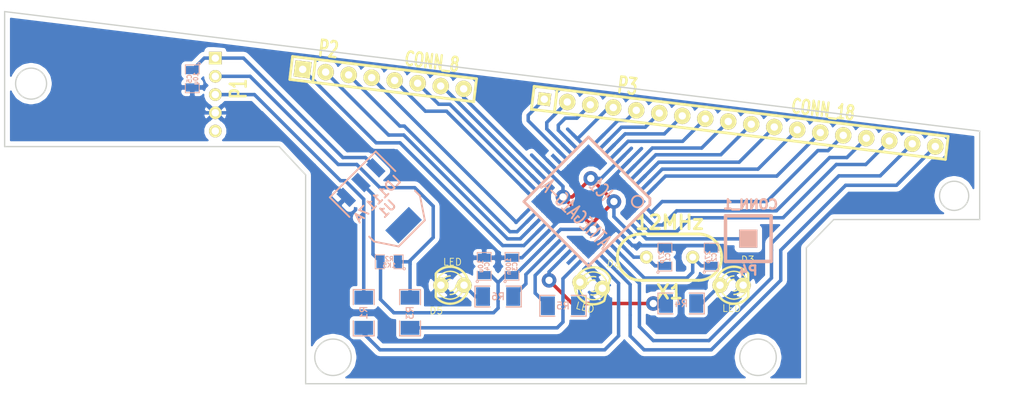
<source format=kicad_pcb>
(kicad_pcb (version 3) (host pcbnew "(2013-jul-07)-stable")

  (general
    (links 64)
    (no_connects 0)
    (area -0.508 -1.27 111.760001 44.450001)
    (thickness 1.6)
    (drawings 14)
    (tracks 269)
    (zones 0)
    (modules 21)
    (nets 43)
  )

  (page A3)
  (layers
    (15 F.Cu signal)
    (0 B.Cu signal)
    (16 B.Adhes user)
    (17 F.Adhes user)
    (18 B.Paste user)
    (19 F.Paste user)
    (20 B.SilkS user)
    (21 F.SilkS user)
    (22 B.Mask user)
    (23 F.Mask user)
    (24 Dwgs.User user)
    (25 Cmts.User user)
    (26 Eco1.User user)
    (27 Eco2.User user)
    (28 Edge.Cuts user)
  )

  (setup
    (last_trace_width 0.381)
    (user_trace_width 0.508)
    (user_trace_width 0.762)
    (trace_clearance 0.3556)
    (zone_clearance 0.508)
    (zone_45_only no)
    (trace_min 0.254)
    (segment_width 0.2)
    (edge_width 0.15)
    (via_size 1.6)
    (via_drill 0.8)
    (via_min_size 0.889)
    (via_min_drill 0.508)
    (uvia_size 0.508)
    (uvia_drill 0.127)
    (uvias_allowed no)
    (uvia_min_size 0.508)
    (uvia_min_drill 0.127)
    (pcb_text_width 0.3)
    (pcb_text_size 1 1)
    (mod_edge_width 0.15)
    (mod_text_size 1 1)
    (mod_text_width 0.15)
    (pad_size 3.6576 2.032)
    (pad_drill 0)
    (pad_to_mask_clearance 0)
    (aux_axis_origin 165.1 71.12)
    (visible_elements FFFFFFBF)
    (pcbplotparams
      (layerselection 1)
      (usegerberextensions false)
      (excludeedgelayer true)
      (linewidth 0.150000)
      (plotframeref false)
      (viasonmask true)
      (mode 1)
      (useauxorigin false)
      (hpglpennumber 1)
      (hpglpenspeed 20)
      (hpglpendiameter 15)
      (hpglpenoverlay 2)
      (psnegative false)
      (psa4output false)
      (plotreference true)
      (plotvalue true)
      (plotothertext true)
      (plotinvisibletext false)
      (padsonsilk false)
      (subtractmaskfromsilk false)
      (outputformat 2)
      (mirror false)
      (drillshape 0)
      (scaleselection 1)
      (outputdirectory ""))
  )

  (net 0 "")
  (net 1 +3.3V)
  (net 2 +5V)
  (net 3 /D+)
  (net 4 /D-)
  (net 5 GND)
  (net 6 N-000001)
  (net 7 N-0000010)
  (net 8 N-0000011)
  (net 9 N-0000012)
  (net 10 N-0000013)
  (net 11 N-0000014)
  (net 12 N-0000015)
  (net 13 N-0000016)
  (net 14 N-0000017)
  (net 15 N-0000018)
  (net 16 N-0000019)
  (net 17 N-000002)
  (net 18 N-0000020)
  (net 19 N-0000025)
  (net 20 N-0000026)
  (net 21 N-0000027)
  (net 22 N-0000028)
  (net 23 N-000003)
  (net 24 N-0000030)
  (net 25 N-0000031)
  (net 26 N-0000032)
  (net 27 N-0000033)
  (net 28 N-0000034)
  (net 29 N-0000035)
  (net 30 N-0000036)
  (net 31 N-0000037)
  (net 32 N-0000038)
  (net 33 N-0000039)
  (net 34 N-000004)
  (net 35 N-0000040)
  (net 36 N-0000044)
  (net 37 N-0000045)
  (net 38 N-000005)
  (net 39 N-000006)
  (net 40 N-000007)
  (net 41 N-000008)
  (net 42 N-000009)

  (net_class Default "To jest domyślna klasa połączeń."
    (clearance 0.3556)
    (trace_width 0.381)
    (via_dia 1.6)
    (via_drill 0.8)
    (uvia_dia 0.508)
    (uvia_drill 0.127)
    (add_net "")
    (add_net +3.3V)
    (add_net +5V)
    (add_net /D+)
    (add_net /D-)
    (add_net GND)
    (add_net N-000001)
    (add_net N-0000010)
    (add_net N-0000011)
    (add_net N-0000012)
    (add_net N-0000013)
    (add_net N-0000014)
    (add_net N-0000015)
    (add_net N-0000016)
    (add_net N-0000017)
    (add_net N-0000018)
    (add_net N-0000019)
    (add_net N-000002)
    (add_net N-0000020)
    (add_net N-0000025)
    (add_net N-0000026)
    (add_net N-0000027)
    (add_net N-0000028)
    (add_net N-000003)
    (add_net N-0000030)
    (add_net N-0000031)
    (add_net N-0000032)
    (add_net N-0000033)
    (add_net N-0000034)
    (add_net N-0000035)
    (add_net N-0000036)
    (add_net N-0000037)
    (add_net N-0000038)
    (add_net N-0000039)
    (add_net N-000004)
    (add_net N-0000040)
    (add_net N-0000044)
    (add_net N-0000045)
    (add_net N-000005)
    (add_net N-000006)
    (add_net N-000007)
    (add_net N-000008)
    (add_net N-000009)
  )

  (module SIL-5 (layer F.Cu) (tedit 55D63E78) (tstamp 55D7D14D)
    (at 23.1 9.1 270)
    (descr "Connecteur 5 pins")
    (tags "CONN DEV")
    (path /55D64FF1)
    (fp_text reference P1 (at -0.635 -2.54 270) (layer F.SilkS)
      (effects (font (size 1.72974 1.08712) (thickness 0.3048)))
    )
    (fp_text value CONN_5 (at 0 -2.54 270) (layer F.SilkS) hide
      (effects (font (size 1.524 1.016) (thickness 0.3048)))
    )
    (pad 1 thru_hole rect (at -4 0 270) (size 1.397 1.397) (drill 0.8128)
      (layers *.Cu *.Mask F.SilkS)
      (net 2 +5V)
    )
    (pad 2 thru_hole circle (at -2 0 270) (size 1.397 1.397) (drill 0.8128)
      (layers *.Cu *.Mask F.SilkS)
      (net 18 N-0000020)
    )
    (pad 3 thru_hole circle (at 0 0 270) (size 1.397 1.397) (drill 0.8128)
      (layers *.Cu *.Mask F.SilkS)
      (net 19 N-0000025)
    )
    (pad 4 thru_hole circle (at 2 0 270) (size 1.397 1.397) (drill 0.8128)
      (layers *.Cu *.Mask F.SilkS)
      (net 5 GND)
    )
    (pad 5 thru_hole circle (at 4 0 270) (size 1.397 1.397) (drill 0.8128)
      (layers *.Cu *.Mask F.SilkS)
    )
  )

  (module TQFP44 (layer B.Cu) (tedit 200000) (tstamp 55D7C5BE)
    (at 64.008 20.828 135)
    (path /55D4D5D7)
    (attr smd)
    (fp_text reference IC1 (at 0 1.905 135) (layer B.SilkS)
      (effects (font (size 1.524 1.016) (thickness 0.2032)) (justify mirror))
    )
    (fp_text value ATMEGA16-A (at 0 -1.905 135) (layer B.SilkS)
      (effects (font (size 1.524 1.016) (thickness 0.2032)) (justify mirror))
    )
    (fp_line (start 5.0038 5.0038) (end 5.0038 -5.0038) (layer B.SilkS) (width 0.3048))
    (fp_line (start 5.0038 -5.0038) (end -5.0038 -5.0038) (layer B.SilkS) (width 0.3048))
    (fp_line (start -5.0038 4.5212) (end -5.0038 -5.0038) (layer B.SilkS) (width 0.3048))
    (fp_line (start -4.5212 5.0038) (end 5.0038 5.0038) (layer B.SilkS) (width 0.3048))
    (fp_line (start -5.0038 4.5212) (end -4.5212 5.0038) (layer B.SilkS) (width 0.3048))
    (fp_circle (center -3.81 3.81) (end -3.81 3.175) (layer B.SilkS) (width 0.2032))
    (pad 39 smd rect (at 0 5.715 135) (size 0.4064 1.524)
      (layers B.Cu B.Paste B.Mask)
      (net 5 GND)
    )
    (pad 40 smd rect (at -0.8001 5.715 135) (size 0.4064 1.524)
      (layers B.Cu B.Paste B.Mask)
      (net 10 N-0000013)
    )
    (pad 41 smd rect (at -1.6002 5.715 135) (size 0.4064 1.524)
      (layers B.Cu B.Paste B.Mask)
      (net 41 N-000008)
    )
    (pad 42 smd rect (at -2.4003 5.715 135) (size 0.4064 1.524)
      (layers B.Cu B.Paste B.Mask)
      (net 11 N-0000014)
    )
    (pad 43 smd rect (at -3.2004 5.715 135) (size 0.4064 1.524)
      (layers B.Cu B.Paste B.Mask)
      (net 12 N-0000015)
    )
    (pad 44 smd rect (at -4.0005 5.715 135) (size 0.4064 1.524)
      (layers B.Cu B.Paste B.Mask)
      (net 17 N-000002)
    )
    (pad 38 smd rect (at 0.8001 5.715 135) (size 0.4064 1.524)
      (layers B.Cu B.Paste B.Mask)
      (net 1 +3.3V)
    )
    (pad 37 smd rect (at 1.6002 5.715 135) (size 0.4064 1.524)
      (layers B.Cu B.Paste B.Mask)
      (net 20 N-0000026)
    )
    (pad 36 smd rect (at 2.4003 5.715 135) (size 0.4064 1.524)
      (layers B.Cu B.Paste B.Mask)
      (net 21 N-0000027)
    )
    (pad 35 smd rect (at 3.2004 5.715 135) (size 0.4064 1.524)
      (layers B.Cu B.Paste B.Mask)
      (net 22 N-0000028)
    )
    (pad 34 smd rect (at 4.0005 5.715 135) (size 0.4064 1.524)
      (layers B.Cu B.Paste B.Mask)
      (net 32 N-0000038)
    )
    (pad 17 smd rect (at 0 -5.715 135) (size 0.4064 1.524)
      (layers B.Cu B.Paste B.Mask)
      (net 1 +3.3V)
    )
    (pad 16 smd rect (at -0.8001 -5.715 135) (size 0.4064 1.524)
      (layers B.Cu B.Paste B.Mask)
      (net 27 N-0000033)
    )
    (pad 15 smd rect (at -1.6002 -5.715 135) (size 0.4064 1.524)
      (layers B.Cu B.Paste B.Mask)
      (net 26 N-0000032)
    )
    (pad 14 smd rect (at -2.4003 -5.715 135) (size 0.4064 1.524)
      (layers B.Cu B.Paste B.Mask)
      (net 25 N-0000031)
    )
    (pad 13 smd rect (at -3.2004 -5.715 135) (size 0.4064 1.524)
      (layers B.Cu B.Paste B.Mask)
    )
    (pad 12 smd rect (at -4.0005 -5.715 135) (size 0.4064 1.524)
      (layers B.Cu B.Paste B.Mask)
      (net 4 /D-)
    )
    (pad 18 smd rect (at 0.8001 -5.715 135) (size 0.4064 1.524)
      (layers B.Cu B.Paste B.Mask)
      (net 5 GND)
    )
    (pad 19 smd rect (at 1.6002 -5.715 135) (size 0.4064 1.524)
      (layers B.Cu B.Paste B.Mask)
      (net 9 N-0000012)
    )
    (pad 20 smd rect (at 2.4003 -5.715 135) (size 0.4064 1.524)
      (layers B.Cu B.Paste B.Mask)
      (net 8 N-0000011)
    )
    (pad 21 smd rect (at 3.2004 -5.715 135) (size 0.4064 1.524)
      (layers B.Cu B.Paste B.Mask)
      (net 7 N-0000010)
    )
    (pad 22 smd rect (at 4.0005 -5.715 135) (size 0.4064 1.524)
      (layers B.Cu B.Paste B.Mask)
      (net 42 N-000009)
    )
    (pad 6 smd rect (at -5.715 0 135) (size 1.524 0.4064)
      (layers B.Cu B.Paste B.Mask)
      (net 5 GND)
    )
    (pad 28 smd rect (at 5.715 0 135) (size 1.524 0.4064)
      (layers B.Cu B.Paste B.Mask)
      (net 5 GND)
    )
    (pad 7 smd rect (at -5.715 -0.8001 135) (size 1.524 0.4064)
      (layers B.Cu B.Paste B.Mask)
      (net 36 N-0000044)
    )
    (pad 27 smd rect (at 5.715 -0.8001 135) (size 1.524 0.4064)
      (layers B.Cu B.Paste B.Mask)
      (net 1 +3.3V)
    )
    (pad 26 smd rect (at 5.715 -1.6002 135) (size 1.524 0.4064)
      (layers B.Cu B.Paste B.Mask)
      (net 28 N-0000034)
    )
    (pad 8 smd rect (at -5.715 -1.6002 135) (size 1.524 0.4064)
      (layers B.Cu B.Paste B.Mask)
      (net 37 N-0000045)
    )
    (pad 9 smd rect (at -5.715 -2.4003 135) (size 1.524 0.4064)
      (layers B.Cu B.Paste B.Mask)
      (net 6 N-000001)
    )
    (pad 25 smd rect (at 5.715 -2.4003 135) (size 1.524 0.4064)
      (layers B.Cu B.Paste B.Mask)
      (net 29 N-0000035)
    )
    (pad 24 smd rect (at 5.715 -3.2004 135) (size 1.524 0.4064)
      (layers B.Cu B.Paste B.Mask)
      (net 30 N-0000036)
    )
    (pad 10 smd rect (at -5.715 -3.2004 135) (size 1.524 0.4064)
      (layers B.Cu B.Paste B.Mask)
      (net 39 N-000006)
    )
    (pad 11 smd rect (at -5.715 -4.0005 135) (size 1.524 0.4064)
      (layers B.Cu B.Paste B.Mask)
      (net 3 /D+)
    )
    (pad 23 smd rect (at 5.715 -4.0005 135) (size 1.524 0.4064)
      (layers B.Cu B.Paste B.Mask)
      (net 16 N-0000019)
    )
    (pad 29 smd rect (at 5.715 0.8001 135) (size 1.524 0.4064)
      (layers B.Cu B.Paste B.Mask)
    )
    (pad 5 smd rect (at -5.715 0.8001 135) (size 1.524 0.4064)
      (layers B.Cu B.Paste B.Mask)
      (net 1 +3.3V)
    )
    (pad 4 smd rect (at -5.715 1.6002 135) (size 1.524 0.4064)
      (layers B.Cu B.Paste B.Mask)
      (net 40 N-000007)
    )
    (pad 30 smd rect (at 5.715 1.6002 135) (size 1.524 0.4064)
      (layers B.Cu B.Paste B.Mask)
      (net 24 N-0000030)
    )
    (pad 31 smd rect (at 5.715 2.4003 135) (size 1.524 0.4064)
      (layers B.Cu B.Paste B.Mask)
      (net 35 N-0000040)
    )
    (pad 3 smd rect (at -5.715 2.4003 135) (size 1.524 0.4064)
      (layers B.Cu B.Paste B.Mask)
      (net 38 N-000005)
    )
    (pad 2 smd rect (at -5.715 3.2004 135) (size 1.524 0.4064)
      (layers B.Cu B.Paste B.Mask)
      (net 34 N-000004)
    )
    (pad 32 smd rect (at 5.715 3.2004 135) (size 1.524 0.4064)
      (layers B.Cu B.Paste B.Mask)
      (net 31 N-0000037)
    )
    (pad 33 smd rect (at 5.715 4.0005 135) (size 1.524 0.4064)
      (layers B.Cu B.Paste B.Mask)
      (net 33 N-0000039)
    )
    (pad 1 smd rect (at -5.715 4.0005 135) (size 1.524 0.4064)
      (layers B.Cu B.Paste B.Mask)
      (net 23 N-000003)
    )
  )

  (module SIL-8 (layer F.Cu) (tedit 55D655BE) (tstamp 55D6363E)
    (at 41.5 7.4 353.1)
    (descr "Connecteur 8 pins")
    (tags "CONN DEV")
    (path /55D4D637)
    (fp_text reference P2 (at -6.35 -2.54 353.1) (layer F.SilkS)
      (effects (font (size 1.72974 1.08712) (thickness 0.3048)))
    )
    (fp_text value CONN_8 (at 5.08 -2.54 353.1) (layer F.SilkS)
      (effects (font (size 1.524 1.016) (thickness 0.3048)))
    )
    (fp_line (start -10.16 -1.27) (end 10.16 -1.27) (layer F.SilkS) (width 0.3048))
    (fp_line (start 10.16 -1.27) (end 10.16 1.27) (layer F.SilkS) (width 0.3048))
    (fp_line (start 10.16 1.27) (end -10.16 1.27) (layer F.SilkS) (width 0.3048))
    (fp_line (start -10.16 1.27) (end -10.16 -1.27) (layer F.SilkS) (width 0.3048))
    (fp_line (start -7.62 1.27) (end -7.62 -1.27) (layer F.SilkS) (width 0.3048))
    (pad 1 thru_hole rect (at -8.89 0.000001 353.1) (size 1.8 1.8) (drill 0.8128)
      (layers *.Cu *.Mask F.SilkS)
      (net 9 N-0000012)
    )
    (pad 2 thru_hole circle (at -6.35 0 353.1) (size 1.8 1.8) (drill 0.8128)
      (layers *.Cu *.Mask F.SilkS)
      (net 8 N-0000011)
    )
    (pad 3 thru_hole circle (at -3.809999 0 353.1) (size 1.8 1.8) (drill 0.8128)
      (layers *.Cu *.Mask F.SilkS)
      (net 7 N-0000010)
    )
    (pad 4 thru_hole circle (at -1.27 0 353.1) (size 1.8 1.8) (drill 0.8128)
      (layers *.Cu *.Mask F.SilkS)
      (net 42 N-000009)
    )
    (pad 5 thru_hole circle (at 1.27 0 353.1) (size 1.8 1.8) (drill 0.8128)
      (layers *.Cu *.Mask F.SilkS)
      (net 16 N-0000019)
    )
    (pad 6 thru_hole circle (at 3.809999 0 353.1) (size 1.8 1.8) (drill 0.8128)
      (layers *.Cu *.Mask F.SilkS)
      (net 30 N-0000036)
    )
    (pad 7 thru_hole circle (at 6.35 0 353.1) (size 1.8 1.8) (drill 0.8128)
      (layers *.Cu *.Mask F.SilkS)
      (net 29 N-0000035)
    )
    (pad 8 thru_hole circle (at 8.89 -0.000001 353.1) (size 1.8 1.8) (drill 0.8128)
      (layers *.Cu *.Mask F.SilkS)
      (net 28 N-0000034)
    )
  )

  (module SIL-18 (layer F.Cu) (tedit 55D6559E) (tstamp 55D4DDD1)
    (at 80.6 12.2 353.1)
    (descr "Connecteur 18 pins")
    (tags "CONN DEV")
    (path /55D4D7E0)
    (fp_text reference P3 (at -12.7 -2.54 353.1) (layer F.SilkS)
      (effects (font (size 1.72974 1.08712) (thickness 0.3048)))
    )
    (fp_text value CONN_18 (at 8.89 -2.54 353.1) (layer F.SilkS)
      (effects (font (size 1.524 1.016) (thickness 0.3048)))
    )
    (fp_line (start -22.86 -1.27) (end 22.86 -1.27) (layer F.SilkS) (width 0.3048))
    (fp_line (start 22.86 -1.27) (end 22.86 1.27) (layer F.SilkS) (width 0.3048))
    (fp_line (start 22.86 1.27) (end -22.86 1.27) (layer F.SilkS) (width 0.3048))
    (fp_line (start -22.86 1.27) (end -22.86 -1.27) (layer F.SilkS) (width 0.3048))
    (fp_line (start -20.32 -1.27) (end -20.32 1.27) (layer F.SilkS) (width 0.3048))
    (pad 1 thru_hole rect (at -21.59 0 353.1) (size 1.397 1.397) (drill 0.8128)
      (layers *.Cu *.Mask F.SilkS)
      (net 24 N-0000030)
    )
    (pad 2 thru_hole circle (at -19.05 0 353.1) (size 1.8 1.8) (drill 0.8128)
      (layers *.Cu *.Mask F.SilkS)
      (net 35 N-0000040)
    )
    (pad 3 thru_hole circle (at -16.51 0 353.1) (size 1.8 1.8) (drill 0.8128)
      (layers *.Cu *.Mask F.SilkS)
      (net 31 N-0000037)
    )
    (pad 4 thru_hole circle (at -13.97 0 353.1) (size 1.8 1.8) (drill 0.8128)
      (layers *.Cu *.Mask F.SilkS)
      (net 33 N-0000039)
    )
    (pad 5 thru_hole circle (at -11.43 0 353.1) (size 1.8 1.8) (drill 0.8128)
      (layers *.Cu *.Mask F.SilkS)
      (net 32 N-0000038)
    )
    (pad 6 thru_hole circle (at -8.89 0.000001 353.1) (size 1.8 1.8) (drill 0.8128)
      (layers *.Cu *.Mask F.SilkS)
      (net 22 N-0000028)
    )
    (pad 7 thru_hole circle (at -6.35 0 353.1) (size 1.8 1.8) (drill 0.8128)
      (layers *.Cu *.Mask F.SilkS)
      (net 21 N-0000027)
    )
    (pad 8 thru_hole circle (at -3.809999 0 353.1) (size 1.8 1.8) (drill 0.8128)
      (layers *.Cu *.Mask F.SilkS)
      (net 20 N-0000026)
    )
    (pad 9 thru_hole circle (at -1.27 0 353.1) (size 1.8 1.8) (drill 0.8128)
      (layers *.Cu *.Mask F.SilkS)
      (net 10 N-0000013)
    )
    (pad 10 thru_hole circle (at 1.27 0 353.1) (size 1.8 1.8) (drill 0.8128)
      (layers *.Cu *.Mask F.SilkS)
      (net 41 N-000008)
    )
    (pad 11 thru_hole circle (at 3.809999 0 353.1) (size 1.8 1.8) (drill 0.8128)
      (layers *.Cu *.Mask F.SilkS)
      (net 11 N-0000014)
    )
    (pad 12 thru_hole circle (at 6.35 0 353.1) (size 1.8 1.8) (drill 0.8128)
      (layers *.Cu *.Mask F.SilkS)
      (net 12 N-0000015)
    )
    (pad 13 thru_hole circle (at 8.89 -0.000001 353.1) (size 1.8 1.8) (drill 0.8128)
      (layers *.Cu *.Mask F.SilkS)
      (net 17 N-000002)
    )
    (pad 14 thru_hole circle (at 11.43 0 353.1) (size 1.8 1.8) (drill 0.8128)
      (layers *.Cu *.Mask F.SilkS)
      (net 23 N-000003)
    )
    (pad 15 thru_hole circle (at 13.97 0 353.1) (size 1.8 1.8) (drill 0.8128)
      (layers *.Cu *.Mask F.SilkS)
      (net 34 N-000004)
    )
    (pad 16 thru_hole circle (at 16.51 0 353.1) (size 1.8 1.8) (drill 0.8128)
      (layers *.Cu *.Mask F.SilkS)
      (net 38 N-000005)
    )
    (pad 17 thru_hole circle (at 19.05 0 353.1) (size 1.8 1.8) (drill 0.8128)
      (layers *.Cu *.Mask F.SilkS)
      (net 6 N-000001)
    )
    (pad 18 thru_hole circle (at 21.59 0 353.1) (size 1.8 1.8) (drill 0.8128)
      (layers *.Cu *.Mask F.SilkS)
      (net 39 N-000006)
    )
  )

  (module LED-3MM (layer F.Cu) (tedit 50ADE848) (tstamp 55D7D181)
    (at 49.1 30 180)
    (descr "LED 3mm - Lead pitch 100mil (2,54mm)")
    (tags "LED led 3mm 3MM 100mil 2,54mm")
    (path /55D4D845)
    (fp_text reference D5 (at 1.778 -2.794 180) (layer F.SilkS)
      (effects (font (size 0.762 0.762) (thickness 0.0889)))
    )
    (fp_text value LED (at 0 2.54 180) (layer F.SilkS)
      (effects (font (size 0.762 0.762) (thickness 0.0889)))
    )
    (fp_line (start 1.8288 1.27) (end 1.8288 -1.27) (layer F.SilkS) (width 0.254))
    (fp_arc (start 0.254 0) (end -1.27 0) (angle 39.8) (layer F.SilkS) (width 0.1524))
    (fp_arc (start 0.254 0) (end -0.88392 1.01092) (angle 41.6) (layer F.SilkS) (width 0.1524))
    (fp_arc (start 0.254 0) (end 1.4097 -0.9906) (angle 40.6) (layer F.SilkS) (width 0.1524))
    (fp_arc (start 0.254 0) (end 1.778 0) (angle 39.8) (layer F.SilkS) (width 0.1524))
    (fp_arc (start 0.254 0) (end 0.254 -1.524) (angle 54.4) (layer F.SilkS) (width 0.1524))
    (fp_arc (start 0.254 0) (end -0.9652 -0.9144) (angle 53.1) (layer F.SilkS) (width 0.1524))
    (fp_arc (start 0.254 0) (end 1.45542 0.93472) (angle 52.1) (layer F.SilkS) (width 0.1524))
    (fp_arc (start 0.254 0) (end 0.254 1.524) (angle 52.1) (layer F.SilkS) (width 0.1524))
    (fp_arc (start 0.254 0) (end -0.381 0) (angle 90) (layer F.SilkS) (width 0.1524))
    (fp_arc (start 0.254 0) (end -0.762 0) (angle 90) (layer F.SilkS) (width 0.1524))
    (fp_arc (start 0.254 0) (end 0.889 0) (angle 90) (layer F.SilkS) (width 0.1524))
    (fp_arc (start 0.254 0) (end 1.27 0) (angle 90) (layer F.SilkS) (width 0.1524))
    (fp_arc (start 0.254 0) (end 0.254 -2.032) (angle 50.1) (layer F.SilkS) (width 0.254))
    (fp_arc (start 0.254 0) (end -1.5367 -0.95504) (angle 61.9) (layer F.SilkS) (width 0.254))
    (fp_arc (start 0.254 0) (end 1.8034 1.31064) (angle 49.7) (layer F.SilkS) (width 0.254))
    (fp_arc (start 0.254 0) (end 0.254 2.032) (angle 60.2) (layer F.SilkS) (width 0.254))
    (fp_arc (start 0.254 0) (end -1.778 0) (angle 28.3) (layer F.SilkS) (width 0.254))
    (fp_arc (start 0.254 0) (end -1.47574 1.06426) (angle 31.6) (layer F.SilkS) (width 0.254))
    (pad 1 thru_hole circle (at -1.27 0 180) (size 1.6764 1.6764) (drill 0.8128)
      (layers *.Cu *.Mask F.SilkS)
      (net 13 N-0000016)
    )
    (pad 2 thru_hole circle (at 1.27 0 180) (size 1.6764 1.6764) (drill 0.8128)
      (layers *.Cu *.Mask F.SilkS)
      (net 5 GND)
    )
    (model discret/leds/led3_vertical_verde.wrl
      (at (xyz 0 0 0))
      (scale (xyz 1 1 1))
      (rotate (xyz 0 0 0))
    )
  )

  (module LED-3MM (layer F.Cu) (tedit 50ADE848) (tstamp 55D8CDD4)
    (at 64.3 30 345)
    (descr "LED 3mm - Lead pitch 100mil (2,54mm)")
    (tags "LED led 3mm 3MM 100mil 2,54mm")
    (path /55D4D83F)
    (fp_text reference D4 (at 1.778 -2.794 345) (layer F.SilkS)
      (effects (font (size 0.762 0.762) (thickness 0.0889)))
    )
    (fp_text value LED (at 0 2.54 345) (layer F.SilkS)
      (effects (font (size 0.762 0.762) (thickness 0.0889)))
    )
    (fp_line (start 1.8288 1.27) (end 1.8288 -1.27) (layer F.SilkS) (width 0.254))
    (fp_arc (start 0.254 0) (end -1.27 0) (angle 39.8) (layer F.SilkS) (width 0.1524))
    (fp_arc (start 0.254 0) (end -0.88392 1.01092) (angle 41.6) (layer F.SilkS) (width 0.1524))
    (fp_arc (start 0.254 0) (end 1.4097 -0.9906) (angle 40.6) (layer F.SilkS) (width 0.1524))
    (fp_arc (start 0.254 0) (end 1.778 0) (angle 39.8) (layer F.SilkS) (width 0.1524))
    (fp_arc (start 0.254 0) (end 0.254 -1.524) (angle 54.4) (layer F.SilkS) (width 0.1524))
    (fp_arc (start 0.254 0) (end -0.9652 -0.9144) (angle 53.1) (layer F.SilkS) (width 0.1524))
    (fp_arc (start 0.254 0) (end 1.45542 0.93472) (angle 52.1) (layer F.SilkS) (width 0.1524))
    (fp_arc (start 0.254 0) (end 0.254 1.524) (angle 52.1) (layer F.SilkS) (width 0.1524))
    (fp_arc (start 0.254 0) (end -0.381 0) (angle 90) (layer F.SilkS) (width 0.1524))
    (fp_arc (start 0.254 0) (end -0.762 0) (angle 90) (layer F.SilkS) (width 0.1524))
    (fp_arc (start 0.254 0) (end 0.889 0) (angle 90) (layer F.SilkS) (width 0.1524))
    (fp_arc (start 0.254 0) (end 1.27 0) (angle 90) (layer F.SilkS) (width 0.1524))
    (fp_arc (start 0.254 0) (end 0.254 -2.032) (angle 50.1) (layer F.SilkS) (width 0.254))
    (fp_arc (start 0.254 0) (end -1.5367 -0.95504) (angle 61.9) (layer F.SilkS) (width 0.254))
    (fp_arc (start 0.254 0) (end 1.8034 1.31064) (angle 49.7) (layer F.SilkS) (width 0.254))
    (fp_arc (start 0.254 0) (end 0.254 2.032) (angle 60.2) (layer F.SilkS) (width 0.254))
    (fp_arc (start 0.254 0) (end -1.778 0) (angle 28.3) (layer F.SilkS) (width 0.254))
    (fp_arc (start 0.254 0) (end -1.47574 1.06426) (angle 31.6) (layer F.SilkS) (width 0.254))
    (pad 1 thru_hole circle (at -1.27 0 345) (size 1.6764 1.6764) (drill 0.8128)
      (layers *.Cu *.Mask F.SilkS)
      (net 14 N-0000017)
    )
    (pad 2 thru_hole circle (at 1.27 0 345) (size 1.6764 1.6764) (drill 0.8128)
      (layers *.Cu *.Mask F.SilkS)
      (net 5 GND)
    )
    (model discret/leds/led3_vertical_verde.wrl
      (at (xyz 0 0 0))
      (scale (xyz 1 1 1))
      (rotate (xyz 0 0 0))
    )
  )

  (module LED-3MM (layer F.Cu) (tedit 50ADE848) (tstamp 55D4DE1C)
    (at 79.7 30)
    (descr "LED 3mm - Lead pitch 100mil (2,54mm)")
    (tags "LED led 3mm 3MM 100mil 2,54mm")
    (path /55D4D832)
    (fp_text reference D3 (at 1.778 -2.794) (layer F.SilkS)
      (effects (font (size 0.762 0.762) (thickness 0.0889)))
    )
    (fp_text value LED (at 0 2.54) (layer F.SilkS)
      (effects (font (size 0.762 0.762) (thickness 0.0889)))
    )
    (fp_line (start 1.8288 1.27) (end 1.8288 -1.27) (layer F.SilkS) (width 0.254))
    (fp_arc (start 0.254 0) (end -1.27 0) (angle 39.8) (layer F.SilkS) (width 0.1524))
    (fp_arc (start 0.254 0) (end -0.88392 1.01092) (angle 41.6) (layer F.SilkS) (width 0.1524))
    (fp_arc (start 0.254 0) (end 1.4097 -0.9906) (angle 40.6) (layer F.SilkS) (width 0.1524))
    (fp_arc (start 0.254 0) (end 1.778 0) (angle 39.8) (layer F.SilkS) (width 0.1524))
    (fp_arc (start 0.254 0) (end 0.254 -1.524) (angle 54.4) (layer F.SilkS) (width 0.1524))
    (fp_arc (start 0.254 0) (end -0.9652 -0.9144) (angle 53.1) (layer F.SilkS) (width 0.1524))
    (fp_arc (start 0.254 0) (end 1.45542 0.93472) (angle 52.1) (layer F.SilkS) (width 0.1524))
    (fp_arc (start 0.254 0) (end 0.254 1.524) (angle 52.1) (layer F.SilkS) (width 0.1524))
    (fp_arc (start 0.254 0) (end -0.381 0) (angle 90) (layer F.SilkS) (width 0.1524))
    (fp_arc (start 0.254 0) (end -0.762 0) (angle 90) (layer F.SilkS) (width 0.1524))
    (fp_arc (start 0.254 0) (end 0.889 0) (angle 90) (layer F.SilkS) (width 0.1524))
    (fp_arc (start 0.254 0) (end 1.27 0) (angle 90) (layer F.SilkS) (width 0.1524))
    (fp_arc (start 0.254 0) (end 0.254 -2.032) (angle 50.1) (layer F.SilkS) (width 0.254))
    (fp_arc (start 0.254 0) (end -1.5367 -0.95504) (angle 61.9) (layer F.SilkS) (width 0.254))
    (fp_arc (start 0.254 0) (end 1.8034 1.31064) (angle 49.7) (layer F.SilkS) (width 0.254))
    (fp_arc (start 0.254 0) (end 0.254 2.032) (angle 60.2) (layer F.SilkS) (width 0.254))
    (fp_arc (start 0.254 0) (end -1.778 0) (angle 28.3) (layer F.SilkS) (width 0.254))
    (fp_arc (start 0.254 0) (end -1.47574 1.06426) (angle 31.6) (layer F.SilkS) (width 0.254))
    (pad 1 thru_hole circle (at -1.27 0) (size 1.6764 1.6764) (drill 0.8128)
      (layers *.Cu *.Mask F.SilkS)
      (net 15 N-0000018)
    )
    (pad 2 thru_hole circle (at 1.27 0) (size 1.6764 1.6764) (drill 0.8128)
      (layers *.Cu *.Mask F.SilkS)
      (net 5 GND)
    )
    (model discret/leds/led3_vertical_verde.wrl
      (at (xyz 0 0 0))
      (scale (xyz 1 1 1))
      (rotate (xyz 0 0 0))
    )
  )

  (module SM1206 (layer B.Cu) (tedit 42806E24) (tstamp 55D69D62)
    (at 39.37 33.02 270)
    (path /55D4DAFB)
    (attr smd)
    (fp_text reference R1 (at 0 0 270) (layer B.SilkS)
      (effects (font (size 0.762 0.762) (thickness 0.127)) (justify mirror))
    )
    (fp_text value 68R (at 0 0 270) (layer B.SilkS) hide
      (effects (font (size 0.762 0.762) (thickness 0.127)) (justify mirror))
    )
    (fp_line (start -2.54 1.143) (end -2.54 -1.143) (layer B.SilkS) (width 0.127))
    (fp_line (start -2.54 -1.143) (end -0.889 -1.143) (layer B.SilkS) (width 0.127))
    (fp_line (start 0.889 1.143) (end 2.54 1.143) (layer B.SilkS) (width 0.127))
    (fp_line (start 2.54 1.143) (end 2.54 -1.143) (layer B.SilkS) (width 0.127))
    (fp_line (start 2.54 -1.143) (end 0.889 -1.143) (layer B.SilkS) (width 0.127))
    (fp_line (start -0.889 1.143) (end -2.54 1.143) (layer B.SilkS) (width 0.127))
    (pad 1 smd rect (at -1.651 0 270) (size 1.524 2.032)
      (layers B.Cu B.Paste B.Mask)
      (net 19 N-0000025)
    )
    (pad 2 smd rect (at 1.651 0 270) (size 1.524 2.032)
      (layers B.Cu B.Paste B.Mask)
      (net 3 /D+)
    )
    (model smd/chip_cms.wrl
      (at (xyz 0 0 0))
      (scale (xyz 0.17 0.16 0.16))
      (rotate (xyz 0 0 0))
    )
  )

  (module SM1206 (layer B.Cu) (tedit 42806E24) (tstamp 55D69D6E)
    (at 44.45 33.02 270)
    (path /55D4DB08)
    (attr smd)
    (fp_text reference R3 (at 0 0 270) (layer B.SilkS)
      (effects (font (size 0.762 0.762) (thickness 0.127)) (justify mirror))
    )
    (fp_text value 68R (at 0 0 270) (layer B.SilkS) hide
      (effects (font (size 0.762 0.762) (thickness 0.127)) (justify mirror))
    )
    (fp_line (start -2.54 1.143) (end -2.54 -1.143) (layer B.SilkS) (width 0.127))
    (fp_line (start -2.54 -1.143) (end -0.889 -1.143) (layer B.SilkS) (width 0.127))
    (fp_line (start 0.889 1.143) (end 2.54 1.143) (layer B.SilkS) (width 0.127))
    (fp_line (start 2.54 1.143) (end 2.54 -1.143) (layer B.SilkS) (width 0.127))
    (fp_line (start 2.54 -1.143) (end 0.889 -1.143) (layer B.SilkS) (width 0.127))
    (fp_line (start -0.889 1.143) (end -2.54 1.143) (layer B.SilkS) (width 0.127))
    (pad 1 smd rect (at -1.651 0 270) (size 1.524 2.032)
      (layers B.Cu B.Paste B.Mask)
      (net 18 N-0000020)
    )
    (pad 2 smd rect (at 1.651 0 270) (size 1.524 2.032)
      (layers B.Cu B.Paste B.Mask)
      (net 4 /D-)
    )
    (model smd/chip_cms.wrl
      (at (xyz 0 0 0))
      (scale (xyz 0.17 0.16 0.16))
      (rotate (xyz 0 0 0))
    )
  )

  (module SM1206 (layer B.Cu) (tedit 42806E24) (tstamp 55D9C6A1)
    (at 74.168 32.004)
    (path /55D4E91D)
    (attr smd)
    (fp_text reference R4 (at 0 0) (layer B.SilkS)
      (effects (font (size 0.762 0.762) (thickness 0.127)) (justify mirror))
    )
    (fp_text value 100R (at 0 0) (layer B.SilkS) hide
      (effects (font (size 0.762 0.762) (thickness 0.127)) (justify mirror))
    )
    (fp_line (start -2.54 1.143) (end -2.54 -1.143) (layer B.SilkS) (width 0.127))
    (fp_line (start -2.54 -1.143) (end -0.889 -1.143) (layer B.SilkS) (width 0.127))
    (fp_line (start 0.889 1.143) (end 2.54 1.143) (layer B.SilkS) (width 0.127))
    (fp_line (start 2.54 1.143) (end 2.54 -1.143) (layer B.SilkS) (width 0.127))
    (fp_line (start 2.54 -1.143) (end 0.889 -1.143) (layer B.SilkS) (width 0.127))
    (fp_line (start -0.889 1.143) (end -2.54 1.143) (layer B.SilkS) (width 0.127))
    (pad 1 smd rect (at -1.651 0) (size 1.524 2.032)
      (layers B.Cu B.Paste B.Mask)
      (net 25 N-0000031)
    )
    (pad 2 smd rect (at 1.651 0) (size 1.524 2.032)
      (layers B.Cu B.Paste B.Mask)
      (net 15 N-0000018)
    )
    (model smd/chip_cms.wrl
      (at (xyz 0 0 0))
      (scale (xyz 0.17 0.16 0.16))
      (rotate (xyz 0 0 0))
    )
  )

  (module SM1206 (layer B.Cu) (tedit 42806E24) (tstamp 55D69D92)
    (at 61.214 32.258)
    (path /55D4E92A)
    (attr smd)
    (fp_text reference R5 (at 0 0) (layer B.SilkS)
      (effects (font (size 0.762 0.762) (thickness 0.127)) (justify mirror))
    )
    (fp_text value 100R (at 0 0) (layer B.SilkS) hide
      (effects (font (size 0.762 0.762) (thickness 0.127)) (justify mirror))
    )
    (fp_line (start -2.54 1.143) (end -2.54 -1.143) (layer B.SilkS) (width 0.127))
    (fp_line (start -2.54 -1.143) (end -0.889 -1.143) (layer B.SilkS) (width 0.127))
    (fp_line (start 0.889 1.143) (end 2.54 1.143) (layer B.SilkS) (width 0.127))
    (fp_line (start 2.54 1.143) (end 2.54 -1.143) (layer B.SilkS) (width 0.127))
    (fp_line (start 2.54 -1.143) (end 0.889 -1.143) (layer B.SilkS) (width 0.127))
    (fp_line (start -0.889 1.143) (end -2.54 1.143) (layer B.SilkS) (width 0.127))
    (pad 1 smd rect (at -1.651 0) (size 1.524 2.032)
      (layers B.Cu B.Paste B.Mask)
      (net 26 N-0000032)
    )
    (pad 2 smd rect (at 1.651 0) (size 1.524 2.032)
      (layers B.Cu B.Paste B.Mask)
      (net 14 N-0000017)
    )
    (model smd/chip_cms.wrl
      (at (xyz 0 0 0))
      (scale (xyz 0.17 0.16 0.16))
      (rotate (xyz 0 0 0))
    )
  )

  (module SM1206 (layer B.Cu) (tedit 42806E24) (tstamp 55D69D9E)
    (at 54.102 31.242 180)
    (path /55D4E930)
    (attr smd)
    (fp_text reference R6 (at 0 0 180) (layer B.SilkS)
      (effects (font (size 0.762 0.762) (thickness 0.127)) (justify mirror))
    )
    (fp_text value 100R (at 0 0 180) (layer B.SilkS) hide
      (effects (font (size 0.762 0.762) (thickness 0.127)) (justify mirror))
    )
    (fp_line (start -2.54 1.143) (end -2.54 -1.143) (layer B.SilkS) (width 0.127))
    (fp_line (start -2.54 -1.143) (end -0.889 -1.143) (layer B.SilkS) (width 0.127))
    (fp_line (start 0.889 1.143) (end 2.54 1.143) (layer B.SilkS) (width 0.127))
    (fp_line (start 2.54 1.143) (end 2.54 -1.143) (layer B.SilkS) (width 0.127))
    (fp_line (start 2.54 -1.143) (end 0.889 -1.143) (layer B.SilkS) (width 0.127))
    (fp_line (start -0.889 1.143) (end -2.54 1.143) (layer B.SilkS) (width 0.127))
    (pad 1 smd rect (at -1.651 0 180) (size 1.524 2.032)
      (layers B.Cu B.Paste B.Mask)
      (net 27 N-0000033)
    )
    (pad 2 smd rect (at 1.651 0 180) (size 1.524 2.032)
      (layers B.Cu B.Paste B.Mask)
      (net 13 N-0000016)
    )
    (model smd/chip_cms.wrl
      (at (xyz 0 0 0))
      (scale (xyz 0.17 0.16 0.16))
      (rotate (xyz 0 0 0))
    )
  )

  (module HC-49V (layer F.Cu) (tedit 55D646B4) (tstamp 55D7C51A)
    (at 72.898 26.924 180)
    (descr "Quartz boitier HC-49 Vertical")
    (tags "QUARTZ DEV")
    (path /55D4D7EF)
    (autoplace_cost180 10)
    (fp_text reference X1 (at 0 -3.81 180) (layer F.SilkS)
      (effects (font (size 1.524 1.524) (thickness 0.3048)))
    )
    (fp_text value 12MHz (at 0 3.81 180) (layer F.SilkS)
      (effects (font (size 1.524 1.524) (thickness 0.3048)))
    )
    (fp_line (start -3.175 2.54) (end 3.175 2.54) (layer F.SilkS) (width 0.3175))
    (fp_line (start -3.175 -2.54) (end 3.175 -2.54) (layer F.SilkS) (width 0.3175))
    (fp_arc (start 3.175 0) (end 3.175 -2.54) (angle 90) (layer F.SilkS) (width 0.3175))
    (fp_arc (start 3.175 0) (end 5.715 0) (angle 90) (layer F.SilkS) (width 0.3175))
    (fp_arc (start -3.175 0) (end -5.715 0) (angle 90) (layer F.SilkS) (width 0.3175))
    (fp_arc (start -3.175 0) (end -3.175 2.54) (angle 90) (layer F.SilkS) (width 0.3175))
    (pad 1 thru_hole circle (at -2.54 0 180) (size 1.4224 1.4224) (drill 0.762)
      (layers *.Cu *.Mask F.SilkS)
      (net 37 N-0000045)
    )
    (pad 2 thru_hole circle (at 2.54 0 180) (size 1.4224 1.4224) (drill 0.762)
      (layers *.Cu *.Mask F.SilkS)
      (net 36 N-0000044)
    )
    (model discret/xtal/crystal_hc18u_vertical.wrl
      (at (xyz 0 0 0))
      (scale (xyz 1 1 0.2))
      (rotate (xyz 0 0 0))
    )
  )

  (module 1PIN_SMD (layer B.Cu) (tedit 55D64F68) (tstamp 55D7CC0F)
    (at 81.534 24.892)
    (descr "module 1 pin (ou trou mecanique de percage)")
    (tags DEV)
    (path /55D6522C)
    (fp_text reference P4 (at 0 3.50012) (layer B.SilkS)
      (effects (font (size 1.016 1.016) (thickness 0.254)) (justify mirror))
    )
    (fp_text value CONN_1 (at 0.24892 -3.74904) (layer B.SilkS)
      (effects (font (size 1.016 1.016) (thickness 0.254)) (justify mirror))
    )
    (fp_line (start -2.49936 2.49936) (end 2.49936 2.49936) (layer B.SilkS) (width 0.381))
    (fp_line (start 2.49936 2.49936) (end 2.49936 -2.49936) (layer B.SilkS) (width 0.381))
    (fp_line (start 2.49936 -2.49936) (end -2.49936 -2.49936) (layer B.SilkS) (width 0.381))
    (fp_line (start -2.49936 -2.49936) (end -2.49936 2.49936) (layer B.SilkS) (width 0.381))
    (pad 1 smd rect (at 0 0) (size 2 2)
      (layers B.Cu B.Paste B.SilkS B.Mask)
      (net 40 N-000007)
    )
  )

  (module SOT223 (layer B.Cu) (tedit 55D8E02A) (tstamp 55D8CEE3)
    (at 41.402 21.082 45)
    (descr "module CMS SOT223 4 pins")
    (tags "CMS SOT")
    (path /55D854AF)
    (attr smd)
    (fp_text reference U1 (at 0 0.762 45) (layer B.SilkS)
      (effects (font (size 1.016 1.016) (thickness 0.2032)) (justify mirror))
    )
    (fp_text value LD1117A (at 0 -0.762 45) (layer B.SilkS)
      (effects (font (size 1.016 1.016) (thickness 0.2032)) (justify mirror))
    )
    (fp_line (start -3.556 -1.524) (end -3.556 -4.572) (layer B.SilkS) (width 0.2032))
    (fp_line (start -3.556 -4.572) (end 3.556 -4.572) (layer B.SilkS) (width 0.2032))
    (fp_line (start 3.556 -4.572) (end 3.556 -1.524) (layer B.SilkS) (width 0.2032))
    (fp_line (start -3.556 1.524) (end -3.556 2.286) (layer B.SilkS) (width 0.2032))
    (fp_line (start -3.556 2.286) (end -2.032 4.572) (layer B.SilkS) (width 0.2032))
    (fp_line (start -2.032 4.572) (end 2.032 4.572) (layer B.SilkS) (width 0.2032))
    (fp_line (start 2.032 4.572) (end 3.556 2.286) (layer B.SilkS) (width 0.2032))
    (fp_line (start 3.556 2.286) (end 3.556 1.524) (layer B.SilkS) (width 0.2032))
    (pad 4 smd rect (at 0 3.302001 45) (size 3.6576 2.032)
      (layers B.Cu B.Paste B.Mask)
    )
    (pad 2 smd rect (at 0 -3.302 45) (size 1.016 2.032)
      (layers B.Cu B.Paste B.Mask)
      (net 1 +3.3V)
    )
    (pad 3 smd rect (at 2.286 -3.302 45) (size 1.016 2.032)
      (layers B.Cu B.Paste B.Mask)
      (net 2 +5V)
    )
    (pad 1 smd rect (at -2.286 -3.302 45) (size 1.016 2.032)
      (layers B.Cu B.Paste B.Mask)
      (net 5 GND)
    )
    (model smd/SOT223.wrl
      (at (xyz 0 0 0))
      (scale (xyz 0.4 0.4 0.4))
      (rotate (xyz 0 0 0))
    )
  )

  (module SM0805 (layer B.Cu) (tedit 5091495C) (tstamp 55D8D652)
    (at 52.578 27.94 90)
    (path /55D4D823)
    (attr smd)
    (fp_text reference C4 (at 0 0.3175 90) (layer B.SilkS)
      (effects (font (size 0.50038 0.50038) (thickness 0.10922)) (justify mirror))
    )
    (fp_text value 10u (at 0 -0.381 90) (layer B.SilkS)
      (effects (font (size 0.50038 0.50038) (thickness 0.10922)) (justify mirror))
    )
    (fp_circle (center -1.651 -0.762) (end -1.651 -0.635) (layer B.SilkS) (width 0.09906))
    (fp_line (start -0.508 -0.762) (end -1.524 -0.762) (layer B.SilkS) (width 0.09906))
    (fp_line (start -1.524 -0.762) (end -1.524 0.762) (layer B.SilkS) (width 0.09906))
    (fp_line (start -1.524 0.762) (end -0.508 0.762) (layer B.SilkS) (width 0.09906))
    (fp_line (start 0.508 0.762) (end 1.524 0.762) (layer B.SilkS) (width 0.09906))
    (fp_line (start 1.524 0.762) (end 1.524 -0.762) (layer B.SilkS) (width 0.09906))
    (fp_line (start 1.524 -0.762) (end 0.508 -0.762) (layer B.SilkS) (width 0.09906))
    (pad 1 smd rect (at -0.9525 0 90) (size 0.889 1.397)
      (layers B.Cu B.Paste B.Mask)
      (net 1 +3.3V)
    )
    (pad 2 smd rect (at 0.9525 0 90) (size 0.889 1.397)
      (layers B.Cu B.Paste B.Mask)
      (net 5 GND)
    )
    (model smd/chip_cms.wrl
      (at (xyz 0 0 0))
      (scale (xyz 0.1 0.1 0.1))
      (rotate (xyz 0 0 0))
    )
  )

  (module SM0805 (layer B.Cu) (tedit 5091495C) (tstamp 55D8D65F)
    (at 20.574 7.366 270)
    (path /55D8D37A)
    (attr smd)
    (fp_text reference C5 (at 0 0.3175 270) (layer B.SilkS)
      (effects (font (size 0.50038 0.50038) (thickness 0.10922)) (justify mirror))
    )
    (fp_text value 10u (at 0 -0.381 270) (layer B.SilkS)
      (effects (font (size 0.50038 0.50038) (thickness 0.10922)) (justify mirror))
    )
    (fp_circle (center -1.651 -0.762) (end -1.651 -0.635) (layer B.SilkS) (width 0.09906))
    (fp_line (start -0.508 -0.762) (end -1.524 -0.762) (layer B.SilkS) (width 0.09906))
    (fp_line (start -1.524 -0.762) (end -1.524 0.762) (layer B.SilkS) (width 0.09906))
    (fp_line (start -1.524 0.762) (end -0.508 0.762) (layer B.SilkS) (width 0.09906))
    (fp_line (start 0.508 0.762) (end 1.524 0.762) (layer B.SilkS) (width 0.09906))
    (fp_line (start 1.524 0.762) (end 1.524 -0.762) (layer B.SilkS) (width 0.09906))
    (fp_line (start 1.524 -0.762) (end 0.508 -0.762) (layer B.SilkS) (width 0.09906))
    (pad 1 smd rect (at -0.9525 0 270) (size 0.889 1.397)
      (layers B.Cu B.Paste B.Mask)
      (net 2 +5V)
    )
    (pad 2 smd rect (at 0.9525 0 270) (size 0.889 1.397)
      (layers B.Cu B.Paste B.Mask)
      (net 5 GND)
    )
    (model smd/chip_cms.wrl
      (at (xyz 0 0 0))
      (scale (xyz 0.1 0.1 0.1))
      (rotate (xyz 0 0 0))
    )
  )

  (module SM0805 (layer B.Cu) (tedit 5091495C) (tstamp 55D8D66C)
    (at 55.626 27.94 90)
    (path /55D4D81B)
    (attr smd)
    (fp_text reference C3 (at 0 0.3175 90) (layer B.SilkS)
      (effects (font (size 0.50038 0.50038) (thickness 0.10922)) (justify mirror))
    )
    (fp_text value 100n (at 0 -0.381 90) (layer B.SilkS)
      (effects (font (size 0.50038 0.50038) (thickness 0.10922)) (justify mirror))
    )
    (fp_circle (center -1.651 -0.762) (end -1.651 -0.635) (layer B.SilkS) (width 0.09906))
    (fp_line (start -0.508 -0.762) (end -1.524 -0.762) (layer B.SilkS) (width 0.09906))
    (fp_line (start -1.524 -0.762) (end -1.524 0.762) (layer B.SilkS) (width 0.09906))
    (fp_line (start -1.524 0.762) (end -0.508 0.762) (layer B.SilkS) (width 0.09906))
    (fp_line (start 0.508 0.762) (end 1.524 0.762) (layer B.SilkS) (width 0.09906))
    (fp_line (start 1.524 0.762) (end 1.524 -0.762) (layer B.SilkS) (width 0.09906))
    (fp_line (start 1.524 -0.762) (end 0.508 -0.762) (layer B.SilkS) (width 0.09906))
    (pad 1 smd rect (at -0.9525 0 90) (size 0.889 1.397)
      (layers B.Cu B.Paste B.Mask)
      (net 1 +3.3V)
    )
    (pad 2 smd rect (at 0.9525 0 90) (size 0.889 1.397)
      (layers B.Cu B.Paste B.Mask)
      (net 5 GND)
    )
    (model smd/chip_cms.wrl
      (at (xyz 0 0 0))
      (scale (xyz 0.1 0.1 0.1))
      (rotate (xyz 0 0 0))
    )
  )

  (module SM0805 (layer B.Cu) (tedit 5091495C) (tstamp 55D69D7A)
    (at 42.164 27.432 180)
    (path /55D4DC00)
    (attr smd)
    (fp_text reference R2 (at 0 0.3175 180) (layer B.SilkS)
      (effects (font (size 0.50038 0.50038) (thickness 0.10922)) (justify mirror))
    )
    (fp_text value 1K5 (at 0 -0.381 180) (layer B.SilkS)
      (effects (font (size 0.50038 0.50038) (thickness 0.10922)) (justify mirror))
    )
    (fp_circle (center -1.651 -0.762) (end -1.651 -0.635) (layer B.SilkS) (width 0.09906))
    (fp_line (start -0.508 -0.762) (end -1.524 -0.762) (layer B.SilkS) (width 0.09906))
    (fp_line (start -1.524 -0.762) (end -1.524 0.762) (layer B.SilkS) (width 0.09906))
    (fp_line (start -1.524 0.762) (end -0.508 0.762) (layer B.SilkS) (width 0.09906))
    (fp_line (start 0.508 0.762) (end 1.524 0.762) (layer B.SilkS) (width 0.09906))
    (fp_line (start 1.524 0.762) (end 1.524 -0.762) (layer B.SilkS) (width 0.09906))
    (fp_line (start 1.524 -0.762) (end 0.508 -0.762) (layer B.SilkS) (width 0.09906))
    (pad 1 smd rect (at -0.9525 0 180) (size 0.889 1.397)
      (layers B.Cu B.Paste B.Mask)
      (net 18 N-0000020)
    )
    (pad 2 smd rect (at 0.9525 0 180) (size 0.889 1.397)
      (layers B.Cu B.Paste B.Mask)
      (net 1 +3.3V)
    )
    (model smd/chip_cms.wrl
      (at (xyz 0 0 0))
      (scale (xyz 0.1 0.1 0.1))
      (rotate (xyz 0 0 0))
    )
  )

  (module SM0805 (layer B.Cu) (tedit 5091495C) (tstamp 55D7CA5F)
    (at 72.39 26.924 90)
    (path /55D4D808)
    (attr smd)
    (fp_text reference C1 (at 0 0.3175 90) (layer B.SilkS)
      (effects (font (size 0.50038 0.50038) (thickness 0.10922)) (justify mirror))
    )
    (fp_text value 27p (at 0 -0.381 90) (layer B.SilkS)
      (effects (font (size 0.50038 0.50038) (thickness 0.10922)) (justify mirror))
    )
    (fp_circle (center -1.651 -0.762) (end -1.651 -0.635) (layer B.SilkS) (width 0.09906))
    (fp_line (start -0.508 -0.762) (end -1.524 -0.762) (layer B.SilkS) (width 0.09906))
    (fp_line (start -1.524 -0.762) (end -1.524 0.762) (layer B.SilkS) (width 0.09906))
    (fp_line (start -1.524 0.762) (end -0.508 0.762) (layer B.SilkS) (width 0.09906))
    (fp_line (start 0.508 0.762) (end 1.524 0.762) (layer B.SilkS) (width 0.09906))
    (fp_line (start 1.524 0.762) (end 1.524 -0.762) (layer B.SilkS) (width 0.09906))
    (fp_line (start 1.524 -0.762) (end 0.508 -0.762) (layer B.SilkS) (width 0.09906))
    (pad 1 smd rect (at -0.9525 0 90) (size 0.889 1.397)
      (layers B.Cu B.Paste B.Mask)
      (net 36 N-0000044)
    )
    (pad 2 smd rect (at 0.9525 0 90) (size 0.889 1.397)
      (layers B.Cu B.Paste B.Mask)
      (net 5 GND)
    )
    (model smd/chip_cms.wrl
      (at (xyz 0 0 0))
      (scale (xyz 0.1 0.1 0.1))
      (rotate (xyz 0 0 0))
    )
  )

  (module SM0805 (layer B.Cu) (tedit 5091495C) (tstamp 55D7CB46)
    (at 77.47 26.924 90)
    (path /55D4D864)
    (attr smd)
    (fp_text reference C2 (at 0 0.3175 90) (layer B.SilkS)
      (effects (font (size 0.50038 0.50038) (thickness 0.10922)) (justify mirror))
    )
    (fp_text value 27p (at 0 -0.381 90) (layer B.SilkS)
      (effects (font (size 0.50038 0.50038) (thickness 0.10922)) (justify mirror))
    )
    (fp_circle (center -1.651 -0.762) (end -1.651 -0.635) (layer B.SilkS) (width 0.09906))
    (fp_line (start -0.508 -0.762) (end -1.524 -0.762) (layer B.SilkS) (width 0.09906))
    (fp_line (start -1.524 -0.762) (end -1.524 0.762) (layer B.SilkS) (width 0.09906))
    (fp_line (start -1.524 0.762) (end -0.508 0.762) (layer B.SilkS) (width 0.09906))
    (fp_line (start 0.508 0.762) (end 1.524 0.762) (layer B.SilkS) (width 0.09906))
    (fp_line (start 1.524 0.762) (end 1.524 -0.762) (layer B.SilkS) (width 0.09906))
    (fp_line (start 1.524 -0.762) (end 0.508 -0.762) (layer B.SilkS) (width 0.09906))
    (pad 1 smd rect (at -0.9525 0 90) (size 0.889 1.397)
      (layers B.Cu B.Paste B.Mask)
      (net 37 N-0000045)
    )
    (pad 2 smd rect (at 0.9525 0 90) (size 0.889 1.397)
      (layers B.Cu B.Paste B.Mask)
      (net 5 GND)
    )
    (model smd/chip_cms.wrl
      (at (xyz 0 0 0))
      (scale (xyz 0.1 0.1 0.1))
      (rotate (xyz 0 0 0))
    )
  )

  (gr_circle (center 2.9 7.9) (end 4.6 7.9) (layer Edge.Cuts) (width 0.15) (tstamp 55D8E7C3))
  (gr_circle (center 104.1 20.2) (end 105.7 20.2) (layer Edge.Cuts) (width 0.15) (tstamp 55D8E792))
  (gr_circle (center 36 37.9) (end 38 37.9) (layer Edge.Cuts) (width 0.15) (tstamp 55D8E72E))
  (gr_circle (center 82.6 37.9) (end 84.6 37.9) (layer Edge.Cuts) (width 0.15))
  (gr_line (start 0 0) (end 106.9 13.1) (angle 90) (layer Edge.Cuts) (width 0.15))
  (gr_line (start 106.9 13.1) (end 106.9 22.8) (angle 90) (layer Edge.Cuts) (width 0.15))
  (gr_line (start 87.9 25.9) (end 90.9 22.8) (angle 90) (layer Edge.Cuts) (width 0.15))
  (gr_line (start 90.9 22.8) (end 106.9 22.8) (angle 90) (layer Edge.Cuts) (width 0.15))
  (gr_line (start 87.9 25.9) (end 87.9 40.8) (angle 90) (layer Edge.Cuts) (width 0.15))
  (gr_line (start 33 40.8) (end 87.9 40.8) (angle 90) (layer Edge.Cuts) (width 0.15))
  (gr_line (start 33 17.9) (end 33 40.8) (angle 90) (layer Edge.Cuts) (width 0.15))
  (gr_line (start 30.1 14.8) (end 33 17.9) (angle 90) (layer Edge.Cuts) (width 0.15))
  (gr_line (start 0 14.8) (end 30.1 14.8) (angle 90) (layer Edge.Cuts) (width 0.15))
  (gr_line (start 0 0) (end 0 14.8) (angle 90) (layer Edge.Cuts) (width 0.15))

  (segment (start 52.578 28.8925) (end 53.2765 28.8925) (width 0.381) (layer B.Cu) (net 1))
  (segment (start 53.2765 28.8925) (end 54.102 29.718) (width 0.381) (layer B.Cu) (net 1) (tstamp 55DCBB55))
  (segment (start 55.626 28.8925) (end 54.9275 28.8925) (width 0.381) (layer B.Cu) (net 1))
  (segment (start 54.9275 28.8925) (end 54.102 29.718) (width 0.381) (layer B.Cu) (net 1) (tstamp 55DCBB4E))
  (segment (start 59.966885 24.869115) (end 55.9435 28.8925) (width 0.381) (layer B.Cu) (net 1))
  (segment (start 55.9435 28.8925) (end 55.626 28.8925) (width 0.381) (layer B.Cu) (net 1) (tstamp 55DCBB4A))
  (segment (start 54.102 31.75) (end 54.102 32.512) (width 0.381) (layer B.Cu) (net 1))
  (segment (start 54.102 29.718) (end 54.102 31.75) (width 0.381) (layer B.Cu) (net 1) (tstamp 55DCBB53))
  (segment (start 52.832 33.02) (end 47.498 33.02) (width 0.381) (layer B.Cu) (net 1) (tstamp 55D7CD35))
  (segment (start 46.736 33.02) (end 47.498 33.02) (width 0.381) (layer B.Cu) (net 1) (tstamp 55D8D610))
  (segment (start 46.736 33.02) (end 42.672 33.02) (width 0.381) (layer B.Cu) (net 1))
  (segment (start 41.2115 31.5595) (end 42.672 33.02) (width 0.381) (layer B.Cu) (net 1) (tstamp 55D8E7F2))
  (segment (start 41.2115 27.432) (end 41.2115 31.5595) (width 0.381) (layer B.Cu) (net 1))
  (segment (start 54.102 32.512) (end 53.594 33.02) (width 0.381) (layer B.Cu) (net 1) (tstamp 55DCBB00))
  (segment (start 53.594 33.02) (end 52.832 33.02) (width 0.381) (layer B.Cu) (net 1) (tstamp 55DCBB03))
  (segment (start 59.401129 17.352641) (end 57.772145 15.723657) (width 0.381) (layer B.Cu) (net 1))
  (segment (start 67.483359 16.221129) (end 68.718488 14.986) (width 0.381) (layer B.Cu) (net 1))
  (segment (start 40.386 20.066) (end 40.386 26.6065) (width 0.381) (layer B.Cu) (net 1))
  (segment (start 40.386 26.6065) (end 41.2115 27.432) (width 0.381) (layer B.Cu) (net 1) (tstamp 55D8E7FA))
  (segment (start 39.067133 18.747133) (end 40.386 20.066) (width 0.381) (layer B.Cu) (net 1))
  (segment (start 59.966885 24.869115) (end 60.96 23.876) (width 0.381) (layer B.Cu) (net 1))
  (segment (start 64.516 23.876) (end 64.516 23.114) (width 0.381) (layer F.Cu) (net 1) (tstamp 55D7CCC4))
  (via (at 64.516 23.876) (size 1.6) (layers F.Cu B.Cu) (net 1))
  (segment (start 60.96 23.876) (end 64.516 23.876) (width 0.381) (layer B.Cu) (net 1) (tstamp 55D7CCC2))
  (segment (start 64.516 23.114) (end 66.802 20.828) (width 0.381) (layer F.Cu) (net 1) (tstamp 55D7CCC5))
  (segment (start 61.214 20.32) (end 64.008 23.114) (width 0.381) (layer F.Cu) (net 1))
  (segment (start 64.008 23.114) (end 64.516 23.114) (width 0.381) (layer F.Cu) (net 1) (tstamp 55D7CCA9))
  (segment (start 64.516 23.114) (end 66.802 20.828) (width 0.381) (layer F.Cu) (net 1) (tstamp 55D7CCA6))
  (segment (start 59.401129 17.352641) (end 61.214 19.165512) (width 0.381) (layer B.Cu) (net 1))
  (segment (start 62.23 20.32) (end 64.262 18.288) (width 0.381) (layer F.Cu) (net 1) (tstamp 55D7CC9F))
  (segment (start 61.214 20.32) (end 62.23 20.32) (width 0.381) (layer F.Cu) (net 1) (tstamp 55D7CC9E))
  (via (at 61.214 20.32) (size 1.6) (layers F.Cu B.Cu) (net 1))
  (segment (start 61.214 19.165512) (end 61.214 20.32) (width 0.381) (layer B.Cu) (net 1) (tstamp 55D7CC9C))
  (segment (start 68.614871 24.303359) (end 66.802 22.490488) (width 0.381) (layer B.Cu) (net 1))
  (segment (start 65.416488 18.288) (end 67.483359 16.221129) (width 0.381) (layer B.Cu) (net 1) (tstamp 55D7CC99))
  (segment (start 64.262 18.288) (end 65.416488 18.288) (width 0.381) (layer B.Cu) (net 1) (tstamp 55D7CC98))
  (via (at 64.262 18.288) (size 1.6) (layers F.Cu B.Cu) (net 1))
  (segment (start 66.802 20.828) (end 64.262 18.288) (width 0.381) (layer F.Cu) (net 1) (tstamp 55D7CC95))
  (via (at 66.802 20.828) (size 1.6) (layers F.Cu B.Cu) (net 1))
  (segment (start 66.802 22.490488) (end 66.802 20.828) (width 0.381) (layer B.Cu) (net 1) (tstamp 55D7CC91))
  (segment (start 26.182 5.1) (end 37.084 16.002) (width 0.381) (layer B.Cu) (net 2) (tstamp 55D8DF73))
  (segment (start 37.084 16.002) (end 39.554893 16.002) (width 0.381) (layer B.Cu) (net 2) (tstamp 55D8DF77))
  (segment (start 23.1 5.1) (end 21.8875 5.1) (width 0.381) (layer B.Cu) (net 2))
  (segment (start 21.8875 5.1) (end 20.574 6.4135) (width 0.381) (layer B.Cu) (net 2) (tstamp 55D8E428))
  (segment (start 23.1 5.1) (end 26.182 5.1) (width 0.381) (layer B.Cu) (net 2))
  (segment (start 39.554893 16.002) (end 40.68358 17.130687) (width 0.381) (layer B.Cu) (net 2) (tstamp 55D8DF7A))
  (segment (start 39.37 34.671) (end 39.37 35.306) (width 0.381) (layer B.Cu) (net 3))
  (segment (start 39.37 35.306) (end 41.148 37.084) (width 0.381) (layer B.Cu) (net 3) (tstamp 55D8E80F))
  (segment (start 67.31 29.787561) (end 67.31 32.004) (width 0.381) (layer B.Cu) (net 3) (tstamp 55D7C8B3))
  (segment (start 67.31 29.787561) (end 65.220335 27.697896) (width 0.381) (layer B.Cu) (net 3))
  (segment (start 41.148 37.084) (end 65.786 37.084) (width 0.381) (layer B.Cu) (net 3) (tstamp 55D8E812))
  (segment (start 65.786 37.084) (end 67.31 35.56) (width 0.381) (layer B.Cu) (net 3) (tstamp 55D8CDEC))
  (segment (start 67.31 35.56) (end 67.31 32.004) (width 0.381) (layer B.Cu) (net 3) (tstamp 55D8CDEE))
  (segment (start 44.45 34.671) (end 60.579 34.671) (width 0.381) (layer B.Cu) (net 4))
  (segment (start 60.579 34.671) (end 61.214 34.036) (width 0.381) (layer B.Cu) (net 4) (tstamp 55D8D86A))
  (segment (start 61.214 29.279561) (end 62.795665 27.697896) (width 0.381) (layer B.Cu) (net 4))
  (segment (start 61.214 29.279561) (end 61.214 34.036) (width 0.381) (layer B.Cu) (net 4) (tstamp 55D7C865))
  (segment (start 52.578 26.9875) (end 52.578 25.146) (width 0.381) (layer B.Cu) (net 5))
  (segment (start 42.672 15.24) (end 52.578 25.146) (width 0.381) (layer B.Cu) (net 5) (tstamp 55D8E6A8))
  (segment (start 21.59 3.556) (end 26.418515 4.038851) (width 0.381) (layer B.Cu) (net 5) (tstamp 55D8DEE6))
  (segment (start 20.32 3.556) (end 18.796 5.08) (width 0.381) (layer B.Cu) (net 5) (tstamp 55D8E40D))
  (segment (start 18.796 5.08) (end 18.796 9.398) (width 0.381) (layer B.Cu) (net 5) (tstamp 55D8E412))
  (segment (start 18.796 9.398) (end 20.498 11.1) (width 0.381) (layer B.Cu) (net 5) (tstamp 55D8E414))
  (segment (start 20.498 11.1) (end 22.022 11.1) (width 0.381) (layer B.Cu) (net 5) (tstamp 55D8E416))
  (segment (start 21.59 3.556) (end 20.32 3.556) (width 0.381) (layer B.Cu) (net 5))
  (segment (start 37.592 15.24) (end 42.672 15.24) (width 0.381) (layer B.Cu) (net 5))
  (segment (start 30.988 8.636) (end 37.592 15.24) (width 0.381) (layer B.Cu) (net 5))
  (segment (start 26.418515 4.038851) (end 30.988 8.636) (width 0.381) (layer B.Cu) (net 5) (tstamp 55D8DEE7))
  (segment (start 52.578 26.9875) (end 50.8425 26.9875) (width 0.381) (layer B.Cu) (net 5))
  (segment (start 50.8425 26.9875) (end 47.83 30) (width 0.381) (layer B.Cu) (net 5) (tstamp 55DCBB42))
  (segment (start 55.626 26.9875) (end 52.578 26.9875) (width 0.381) (layer B.Cu) (net 5))
  (segment (start 59.401129 24.303359) (end 56.716988 26.9875) (width 0.381) (layer B.Cu) (net 5))
  (segment (start 56.716988 26.9875) (end 55.626 26.9875) (width 0.381) (layer B.Cu) (net 5) (tstamp 55DCBB3D))
  (segment (start 68.049115 16.786885) (end 69.824602 15.011398) (width 0.381) (layer B.Cu) (net 5))
  (segment (start 80.97 30) (end 80.97 27.884) (width 0.381) (layer B.Cu) (net 5))
  (segment (start 78.74 25.654) (end 68.834 25.654) (width 0.381) (layer B.Cu) (net 5) (tstamp 55D9C60B))
  (segment (start 80.97 27.884) (end 78.74 25.654) (width 0.381) (layer B.Cu) (net 5) (tstamp 55D9C603))
  (segment (start 72.39 25.9715) (end 72.0725 25.654) (width 0.381) (layer B.Cu) (net 5))
  (segment (start 72.0725 25.654) (end 68.834 25.654) (width 0.381) (layer B.Cu) (net 5) (tstamp 55D9C5FB))
  (segment (start 68.049115 24.869115) (end 68.834 25.654) (width 0.381) (layer B.Cu) (net 5))
  (segment (start 77.1525 25.654) (end 77.47 25.9715) (width 0.381) (layer B.Cu) (net 5) (tstamp 55D9C5F8))
  (segment (start 68.834 25.654) (end 77.1525 25.654) (width 0.381) (layer B.Cu) (net 5) (tstamp 55D9C5ED))
  (segment (start 20.574 8.3185) (end 20.574 9.652) (width 0.381) (layer B.Cu) (net 5))
  (segment (start 20.574 9.652) (end 22.022 11.1) (width 0.381) (layer B.Cu) (net 5) (tstamp 55D8E42B))
  (segment (start 22.022 11.1) (end 23.1 11.1) (width 0.381) (layer B.Cu) (net 5) (tstamp 55D8E42E))
  (segment (start 33.943554 32.004) (end 34.959554 33.02) (width 0.381) (layer B.Cu) (net 5))
  (segment (start 41.656 35.56) (end 42.164 36.068) (width 0.381) (layer B.Cu) (net 5) (tstamp 55D8E38F))
  (segment (start 41.656 34.29) (end 41.656 35.56) (width 0.381) (layer B.Cu) (net 5) (tstamp 55D8E38B))
  (segment (start 40.386 33.02) (end 41.656 34.29) (width 0.381) (layer B.Cu) (net 5) (tstamp 55D8E38A))
  (segment (start 34.959554 33.02) (end 40.386 33.02) (width 0.381) (layer B.Cu) (net 5) (tstamp 55D8E389))
  (segment (start 33.943554 16.856447) (end 33.943554 32.004) (width 0.381) (layer B.Cu) (net 5))
  (segment (start 23.1 11.1) (end 28.187107 11.1) (width 0.381) (layer B.Cu) (net 5))
  (segment (start 28.187107 11.1) (end 33.943554 16.856447) (width 0.381) (layer B.Cu) (net 5) (tstamp 55D8E306))
  (segment (start 33.943554 16.856447) (end 37.450687 20.36358) (width 0.381) (layer B.Cu) (net 5) (tstamp 55D8E34C))
  (segment (start 42.164 36.068) (end 64.262 36.068) (width 0.381) (layer B.Cu) (net 5) (tstamp 55D8CDF8))
  (segment (start 64.262 36.068) (end 65.526726 34.803274) (width 0.381) (layer B.Cu) (net 5) (tstamp 55D8CDFA))
  (segment (start 65.526726 34.803274) (end 65.526726 30.3287) (width 0.381) (layer B.Cu) (net 5) (tstamp 55D8CDFB))
  (segment (start 59.966885 16.786885) (end 55.88 12.7) (width 0.381) (layer B.Cu) (net 5))
  (segment (start 68.049115 16.786885) (end 63.754 21.082) (width 0.381) (layer B.Cu) (net 5))
  (segment (start 62.622488 21.082) (end 59.401129 24.303359) (width 0.381) (layer B.Cu) (net 5) (tstamp 55D7C903))
  (segment (start 63.754 21.082) (end 62.622488 21.082) (width 0.381) (layer B.Cu) (net 5) (tstamp 55D7C902))
  (segment (start 68.049115 24.869115) (end 59.966885 16.786885) (width 0.381) (layer B.Cu) (net 5))
  (segment (start 95.989317 18.011317) (end 91.462683 18.011317) (width 0.381) (layer B.Cu) (net 6))
  (segment (start 84.074 25.4) (end 84.074 26.162) (width 0.381) (layer B.Cu) (net 6) (tstamp 55D8EAA7))
  (segment (start 91.462683 18.011317) (end 84.074 25.4) (width 0.381) (layer B.Cu) (net 6) (tstamp 55D8EAA5))
  (segment (start 71.12 36.068) (end 77.216 36.068) (width 0.381) (layer B.Cu) (net 6))
  (segment (start 77.216 36.068) (end 84.074 29.21) (width 0.381) (layer B.Cu) (net 6) (tstamp 55D8EA55))
  (segment (start 69.596 34.544) (end 71.12 36.068) (width 0.381) (layer B.Cu) (net 6) (tstamp 55D8E9C4))
  (segment (start 69.596 32.258) (end 69.596 34.544) (width 0.381) (layer B.Cu) (net 6))
  (segment (start 84.074 26.162) (end 84.074 29.21) (width 0.381) (layer B.Cu) (net 6) (tstamp 55D7CE71))
  (segment (start 99.512027 14.488607) (end 95.989317 18.011317) (width 0.381) (layer B.Cu) (net 6))
  (segment (start 66.351847 26.566384) (end 69.596 29.810537) (width 0.381) (layer B.Cu) (net 6))
  (segment (start 69.596 29.810537) (end 69.596 32.258) (width 0.381) (layer B.Cu) (net 6) (tstamp 55D7CC7F))
  (segment (start 57.70386 22.606091) (end 56.179951 24.13) (width 0.381) (layer B.Cu) (net 7))
  (segment (start 55.397712 24.13) (end 43.820054 12.552342) (width 0.381) (layer B.Cu) (net 7) (tstamp 55DCBB9B))
  (segment (start 56.179951 24.13) (end 55.397712 24.13) (width 0.381) (layer B.Cu) (net 7) (tstamp 55DCBB96))
  (segment (start 43.327658 12.552342) (end 43.820054 12.552342) (width 0.381) (layer B.Cu) (net 7))
  (segment (start 37.717595 6.942279) (end 43.327658 12.552342) (width 0.381) (layer B.Cu) (net 7))
  (segment (start 58.269616 23.171847) (end 56.524065 24.917398) (width 0.381) (layer B.Cu) (net 8))
  (segment (start 55.143398 24.917398) (end 43.75957 13.53357) (width 0.381) (layer B.Cu) (net 8) (tstamp 55DCBB8B))
  (segment (start 56.524065 24.917398) (end 55.143398 24.917398) (width 0.381) (layer B.Cu) (net 8) (tstamp 55DCBB8A))
  (segment (start 42.164 13.53357) (end 43.75957 13.53357) (width 0.381) (layer B.Cu) (net 8))
  (segment (start 42.09243 13.53357) (end 42.164 13.53357) (width 0.381) (layer B.Cu) (net 8))
  (segment (start 42.09243 13.53357) (end 35.195991 6.637131) (width 0.381) (layer B.Cu) (net 8) (tstamp 55D8DF34))
  (segment (start 56.642 25.654) (end 54.61 25.654) (width 0.381) (layer B.Cu) (net 9))
  (segment (start 54.61 25.654) (end 43.343799 14.387799) (width 0.381) (layer B.Cu) (net 9) (tstamp 55DCBB7D))
  (segment (start 58.835372 23.737603) (end 56.918975 25.654) (width 0.381) (layer B.Cu) (net 9))
  (segment (start 56.918975 25.654) (end 56.642 25.654) (width 0.381) (layer B.Cu) (net 9) (tstamp 55DCBB59))
  (segment (start 40.730202 14.387799) (end 43.343799 14.387799) (width 0.381) (layer B.Cu) (net 9))
  (segment (start 40.730202 14.387799) (end 32.674387 6.331984) (width 0.381) (layer B.Cu) (net 9) (tstamp 55D8DF48))
  (segment (start 68.614871 17.352641) (end 71.00691 14.960602) (width 0.381) (layer B.Cu) (net 10))
  (segment (start 76.426022 14.960602) (end 79.339198 12.047426) (width 0.381) (layer B.Cu) (net 10) (tstamp 55DCBA57))
  (segment (start 71.00691 14.960602) (end 76.426022 14.960602) (width 0.381) (layer B.Cu) (net 10) (tstamp 55DCBA55))
  (segment (start 69.746384 18.484153) (end 71.720537 16.51) (width 0.381) (layer B.Cu) (net 11))
  (segment (start 80.530125 16.51) (end 84.382404 12.657721) (width 0.381) (layer B.Cu) (net 11) (tstamp 55DCBA63))
  (segment (start 71.720537 16.51) (end 80.530125 16.51) (width 0.381) (layer B.Cu) (net 11) (tstamp 55DCBA61))
  (segment (start 70.31214 19.049909) (end 72.090049 17.272) (width 0.381) (layer B.Cu) (net 12))
  (segment (start 82.594878 17.272) (end 86.904009 12.962869) (width 0.381) (layer B.Cu) (net 12) (tstamp 55DCBA6A))
  (segment (start 72.090049 17.272) (end 82.594878 17.272) (width 0.381) (layer B.Cu) (net 12) (tstamp 55DCBA68))
  (segment (start 52.451 31.242) (end 51.612 31.242) (width 0.381) (layer B.Cu) (net 13))
  (segment (start 51.612 31.242) (end 50.37 30) (width 0.381) (layer B.Cu) (net 13) (tstamp 55DCBB19))
  (segment (start 62.865 32.258) (end 63.073274 32.049726) (width 0.381) (layer B.Cu) (net 14))
  (segment (start 63.073274 32.049726) (end 63.073274 29.6713) (width 0.381) (layer B.Cu) (net 14) (tstamp 55D8CD58))
  (segment (start 78.43 30) (end 76.426 32.004) (width 0.381) (layer B.Cu) (net 15))
  (segment (start 76.426 32.004) (end 75.819 32.004) (width 0.381) (layer B.Cu) (net 15) (tstamp 55D9C662))
  (segment (start 48.698439 11.176) (end 48.444439 10.922) (width 0.381) (layer B.Cu) (net 16))
  (segment (start 48.444439 10.922) (end 46.130228 10.922) (width 0.381) (layer B.Cu) (net 16) (tstamp 55D8D8EF))
  (segment (start 57.138104 19.615665) (end 48.698439 11.176) (width 0.381) (layer B.Cu) (net 16))
  (segment (start 46.130228 10.922) (end 42.760802 7.552574) (width 0.381) (layer B.Cu) (net 16) (tstamp 55D8D8F4))
  (segment (start 70.877896 19.615665) (end 72.459561 18.034) (width 0.381) (layer B.Cu) (net 17))
  (segment (start 84.659629 18.034) (end 89.425613 13.268016) (width 0.381) (layer B.Cu) (net 17) (tstamp 55DCBA76))
  (segment (start 72.459561 18.034) (end 84.659629 18.034) (width 0.381) (layer B.Cu) (net 17) (tstamp 55DCBA74))
  (segment (start 43.1165 27.432) (end 44.45 27.432) (width 0.381) (layer B.Cu) (net 18))
  (segment (start 44.45 27.432) (end 44.45 27.305) (width 0.381) (layer B.Cu) (net 18) (tstamp 55D8E3F3))
  (segment (start 44.45 31.369) (end 44.45 27.686) (width 0.381) (layer B.Cu) (net 18))
  (segment (start 44.45 27.686) (end 44.45 27.305) (width 0.381) (layer B.Cu) (net 18) (tstamp 55D8E18F))
  (segment (start 44.45 27.305) (end 46.99 24.765) (width 0.381) (layer B.Cu) (net 18) (tstamp 55D8E163))
  (segment (start 41.148 19.304) (end 44.958 19.304) (width 0.381) (layer B.Cu) (net 18))
  (segment (start 46.99 21.336) (end 46.99 24.765) (width 0.381) (layer B.Cu) (net 18) (tstamp 55D8E151))
  (segment (start 44.958 19.304) (end 46.99 21.336) (width 0.381) (layer B.Cu) (net 18) (tstamp 55D8E14E))
  (segment (start 23.1 7.1) (end 26.912 7.1) (width 0.381) (layer B.Cu) (net 18))
  (segment (start 38.608 16.764) (end 41.148 19.304) (width 0.381) (layer B.Cu) (net 18) (tstamp 55D8DF81))
  (segment (start 36.576 16.764) (end 38.608 16.764) (width 0.381) (layer B.Cu) (net 18) (tstamp 55D8DF7F))
  (segment (start 26.912 7.1) (end 36.576 16.764) (width 0.381) (layer B.Cu) (net 18) (tstamp 55D8DF7D))
  (segment (start 39.37 22.098) (end 39.37 31.369) (width 0.381) (layer B.Cu) (net 19))
  (segment (start 23.1 9.1) (end 27.388 9.1) (width 0.381) (layer B.Cu) (net 19))
  (segment (start 39.37 22.098) (end 38.862 22.606) (width 0.381) (layer B.Cu) (net 19) (tstamp 55D8E33B))
  (segment (start 39.37 21.082) (end 39.37 22.098) (width 0.381) (layer B.Cu) (net 19) (tstamp 55D8E33A))
  (segment (start 39.37 20.574) (end 39.37 21.082) (width 0.381) (layer B.Cu) (net 19) (tstamp 55D8E337))
  (segment (start 37.338 18.542) (end 39.37 20.574) (width 0.381) (layer B.Cu) (net 19) (tstamp 55D8E336))
  (segment (start 36.83 18.542) (end 37.338 18.542) (width 0.381) (layer B.Cu) (net 19) (tstamp 55D8E335))
  (segment (start 27.388 9.1) (end 36.83 18.542) (width 0.381) (layer B.Cu) (net 19) (tstamp 55D8E326))
  (segment (start 66.917603 15.655372) (end 68.348975 14.224) (width 0.381) (layer B.Cu) (net 20))
  (segment (start 74.335875 14.224) (end 76.817596 11.742279) (width 0.381) (layer B.Cu) (net 20) (tstamp 55DCBA28))
  (segment (start 68.348975 14.224) (end 74.335875 14.224) (width 0.381) (layer B.Cu) (net 20) (tstamp 55DCBA27))
  (segment (start 66.351847 15.089616) (end 68.030259 13.411204) (width 0.381) (layer B.Cu) (net 21))
  (segment (start 72.321918 13.411204) (end 74.295991 11.437131) (width 0.381) (layer B.Cu) (net 21) (tstamp 55DCBA23))
  (segment (start 68.030259 13.411204) (end 72.321918 13.411204) (width 0.381) (layer B.Cu) (net 21) (tstamp 55DCBA21))
  (segment (start 71.774387 11.131984) (end 70.231769 12.674602) (width 0.381) (layer B.Cu) (net 22))
  (segment (start 67.635349 12.674602) (end 65.786091 14.52386) (width 0.381) (layer B.Cu) (net 22) (tstamp 55DCBA13))
  (segment (start 70.231769 12.674602) (end 67.635349 12.674602) (width 0.381) (layer B.Cu) (net 22) (tstamp 55DCBA0F))
  (segment (start 91.947216 13.573164) (end 90.28038 15.24) (width 0.381) (layer B.Cu) (net 23))
  (segment (start 90.28038 15.24) (end 89.154 15.24) (width 0.381) (layer B.Cu) (net 23) (tstamp 55D8E1C7))
  (segment (start 89.154 15.24) (end 83.566 20.828) (width 0.381) (layer B.Cu) (net 23) (tstamp 55D8E1CA))
  (segment (start 70.877896 22.040335) (end 72.090231 20.828) (width 0.381) (layer B.Cu) (net 23))
  (segment (start 72.090231 20.828) (end 83.566 20.828) (width 0.381) (layer B.Cu) (net 23) (tstamp 55D7CA6C))
  (segment (start 61.098397 15.655372) (end 57.404 11.960975) (width 0.381) (layer B.Cu) (net 24))
  (segment (start 57.404 11.368615) (end 59.166369 9.606246) (width 0.381) (layer B.Cu) (net 24) (tstamp 55DCBAAC))
  (segment (start 57.404 11.960975) (end 57.404 11.368615) (width 0.381) (layer B.Cu) (net 24) (tstamp 55DCBAA8))
  (segment (start 72.517 32.004) (end 71.12 32.004) (width 0.381) (layer B.Cu) (net 25))
  (segment (start 62.23 32.004) (end 59.69 29.464) (width 0.381) (layer F.Cu) (net 25) (tstamp 55D9C66F))
  (segment (start 71.12 32.004) (end 62.23 32.004) (width 0.381) (layer F.Cu) (net 25) (tstamp 55D9C66E))
  (via (at 71.12 32.004) (size 1.6) (layers F.Cu B.Cu) (net 25))
  (segment (start 59.69 28.540537) (end 59.69 29.464) (width 0.381) (layer B.Cu) (net 25) (tstamp 55D7CD02))
  (segment (start 61.664153 26.566384) (end 59.69 28.540537) (width 0.381) (layer B.Cu) (net 25))
  (via (at 59.69 29.464) (size 1.6) (layers F.Cu B.Cu) (net 25))
  (segment (start 61.098397 26.000628) (end 58.166 28.933025) (width 0.381) (layer B.Cu) (net 26))
  (segment (start 58.166 30.861) (end 59.563 32.258) (width 0.381) (layer B.Cu) (net 26) (tstamp 55D7CD0F))
  (segment (start 58.166 28.933025) (end 58.166 30.861) (width 0.381) (layer B.Cu) (net 26) (tstamp 55D7CD0D))
  (segment (start 60.532641 25.434871) (end 57.15 28.817512) (width 0.381) (layer B.Cu) (net 27))
  (segment (start 57.15 29.845) (end 55.753 31.242) (width 0.381) (layer B.Cu) (net 27) (tstamp 55DCBB39))
  (segment (start 57.15 28.817512) (end 57.15 29.845) (width 0.381) (layer B.Cu) (net 27) (tstamp 55DCBB37))
  (segment (start 58.835372 17.918397) (end 50.325613 9.408638) (width 0.381) (layer B.Cu) (net 28))
  (segment (start 50.325613 9.408638) (end 50.325613 8.468016) (width 0.381) (layer B.Cu) (net 28) (tstamp 55D8D8E5))
  (segment (start 58.269616 18.484153) (end 47.948332 8.162869) (width 0.381) (layer B.Cu) (net 29))
  (segment (start 47.948332 8.162869) (end 47.804009 8.162869) (width 0.381) (layer B.Cu) (net 29) (tstamp 55D7C68C))
  (segment (start 57.70386 19.049909) (end 48.813951 10.16) (width 0.381) (layer B.Cu) (net 30))
  (segment (start 48.813951 10.16) (end 47.584684 10.16) (width 0.381) (layer B.Cu) (net 30) (tstamp 55D8D8AE))
  (segment (start 45.282405 7.857721) (end 47.584684 10.16) (width 0.381) (layer B.Cu) (net 30))
  (segment (start 61.468 11.684) (end 62.742117 11.684) (width 0.381) (layer B.Cu) (net 31) (tstamp 55DCBAB9))
  (segment (start 60.706 12.446) (end 61.468 11.684) (width 0.381) (layer B.Cu) (net 31) (tstamp 55DCBAB7))
  (segment (start 60.706 12.999951) (end 60.706 12.446) (width 0.381) (layer B.Cu) (net 31) (tstamp 55DCBAB5))
  (segment (start 62.229909 14.52386) (end 60.706 12.999951) (width 0.381) (layer B.Cu) (net 31))
  (segment (start 62.742117 11.684) (end 64.209576 10.216541) (width 0.381) (layer B.Cu) (net 31) (tstamp 55DCBABE))
  (segment (start 64.27259 10.216541) (end 64.209576 10.216541) (width 0.381) (layer B.Cu) (net 31) (tstamp 55D69EA1))
  (segment (start 69.252784 10.826836) (end 68.14162 11.938) (width 0.381) (layer B.Cu) (net 32))
  (segment (start 67.240439 11.938) (end 65.220335 13.958104) (width 0.381) (layer B.Cu) (net 32) (tstamp 55DCBA0C))
  (segment (start 68.14162 11.938) (end 67.240439 11.938) (width 0.381) (layer B.Cu) (net 32) (tstamp 55DCBA08))
  (segment (start 62.795665 13.958104) (end 61.722 12.884439) (width 0.381) (layer B.Cu) (net 33))
  (segment (start 62.795665 13.958104) (end 66.232081 10.521688) (width 0.381) (layer B.Cu) (net 33))
  (segment (start 66.232081 10.521688) (end 66.73118 10.521688) (width 0.381) (layer B.Cu) (net 33) (tstamp 55D7C60A))
  (segment (start 94.46882 13.878312) (end 92.345132 16.002) (width 0.381) (layer B.Cu) (net 34))
  (segment (start 92.345132 16.002) (end 90.449398 16.002) (width 0.381) (layer B.Cu) (net 34) (tstamp 55D8E1BF))
  (segment (start 90.449398 16.002) (end 84.607398 21.844) (width 0.381) (layer B.Cu) (net 34) (tstamp 55D8E1C5))
  (segment (start 72.136 23.393398) (end 73.685398 21.844) (width 0.381) (layer B.Cu) (net 34))
  (segment (start 70.31214 22.606091) (end 71.099447 23.393398) (width 0.381) (layer B.Cu) (net 34))
  (segment (start 71.099447 23.393398) (end 72.136 23.393398) (width 0.381) (layer B.Cu) (net 34) (tstamp 55D7C6DC))
  (segment (start 73.685398 21.844) (end 84.607398 21.844) (width 0.381) (layer B.Cu) (net 34) (tstamp 55D7CA73))
  (segment (start 59.436 12.163366) (end 61.687973 9.911393) (width 0.381) (layer B.Cu) (net 35) (tstamp 55DCBAB2))
  (segment (start 59.436 12.861463) (end 59.436 12.163366) (width 0.381) (layer B.Cu) (net 35) (tstamp 55DCBAB1))
  (segment (start 61.664153 15.089616) (end 59.436 12.861463) (width 0.381) (layer B.Cu) (net 35))
  (segment (start 70.358 26.924) (end 71.3105 27.8765) (width 0.381) (layer B.Cu) (net 36))
  (segment (start 71.3105 27.8765) (end 72.39 27.8765) (width 0.381) (layer B.Cu) (net 36) (tstamp 55D9C613))
  (segment (start 67.483359 25.434871) (end 68.972488 26.924) (width 0.381) (layer B.Cu) (net 36))
  (segment (start 68.972488 26.924) (end 70.358 26.924) (width 0.381) (layer B.Cu) (net 36) (tstamp 55D7CA3D))
  (segment (start 75.438 26.924) (end 76.3905 27.8765) (width 0.381) (layer B.Cu) (net 37))
  (segment (start 76.3905 27.8765) (end 77.47 27.8765) (width 0.381) (layer B.Cu) (net 37) (tstamp 55D9C616))
  (segment (start 66.917603 26.000628) (end 70.126975 29.21) (width 0.381) (layer B.Cu) (net 37))
  (segment (start 74.803 29.21) (end 75.438 28.575) (width 0.381) (layer B.Cu) (net 37) (tstamp 55D7CC44))
  (segment (start 70.126975 29.21) (end 74.803 29.21) (width 0.381) (layer B.Cu) (net 37) (tstamp 55D7CC42))
  (segment (start 75.438 28.575) (end 75.438 26.924) (width 0.381) (layer B.Cu) (net 37) (tstamp 55D7CC45))
  (segment (start 94.409883 16.764) (end 91.186 16.764) (width 0.381) (layer B.Cu) (net 38))
  (segment (start 91.186 16.764) (end 85.344 22.606) (width 0.381) (layer B.Cu) (net 38) (tstamp 55D8EA9A))
  (segment (start 96.990424 14.183459) (end 94.409883 16.764) (width 0.381) (layer B.Cu) (net 38))
  (segment (start 73.66 24.13) (end 75.184 22.606) (width 0.381) (layer B.Cu) (net 38))
  (segment (start 75.184 22.606) (end 85.344 22.606) (width 0.381) (layer B.Cu) (net 38) (tstamp 55D7CA7B))
  (segment (start 70.704537 24.13) (end 73.66 24.13) (width 0.381) (layer B.Cu) (net 38) (tstamp 55D7C6D9))
  (segment (start 69.746384 23.171847) (end 70.704537 24.13) (width 0.381) (layer B.Cu) (net 38))
  (segment (start 97.783693 19.043692) (end 92.208308 19.043692) (width 0.381) (layer B.Cu) (net 39))
  (segment (start 85.09 26.162) (end 85.09 26.67) (width 0.381) (layer B.Cu) (net 39) (tstamp 55D8EAAE))
  (segment (start 92.208308 19.043692) (end 85.09 26.162) (width 0.381) (layer B.Cu) (net 39) (tstamp 55D8EAAA))
  (segment (start 85.09 26.67) (end 85.09 29.464) (width 0.381) (layer B.Cu) (net 39) (tstamp 55D8EA73))
  (segment (start 68.58 29.926049) (end 68.58 33.274) (width 0.381) (layer B.Cu) (net 39) (tstamp 55D7CC73))
  (segment (start 65.786091 27.13214) (end 68.58 29.926049) (width 0.381) (layer B.Cu) (net 39))
  (segment (start 68.58 33.274) (end 68.58 35.56) (width 0.381) (layer B.Cu) (net 39))
  (segment (start 68.58 35.56) (end 70.104 37.084) (width 0.381) (layer B.Cu) (net 39) (tstamp 55D8E9BA))
  (segment (start 77.47 37.084) (end 85.09 29.464) (width 0.381) (layer B.Cu) (net 39) (tstamp 55D8EA5F))
  (segment (start 70.104 37.084) (end 77.47 37.084) (width 0.381) (layer B.Cu) (net 39))
  (segment (start 102.033631 14.793754) (end 97.783693 19.043692) (width 0.381) (layer B.Cu) (net 39))
  (segment (start 69.180628 23.737603) (end 70.360423 24.917398) (width 0.381) (layer B.Cu) (net 40))
  (segment (start 81.508602 24.917398) (end 81.534 24.892) (width 0.381) (layer B.Cu) (net 40) (tstamp 55D8E9F8))
  (segment (start 70.360423 24.917398) (end 81.508602 24.917398) (width 0.381) (layer B.Cu) (net 40) (tstamp 55D8E9F7))
  (segment (start 69.180628 17.918397) (end 71.401821 15.697204) (width 0.381) (layer B.Cu) (net 41))
  (segment (start 78.516172 15.697204) (end 81.860802 12.352574) (width 0.381) (layer B.Cu) (net 41) (tstamp 55DCBA5D))
  (segment (start 71.401821 15.697204) (end 78.516172 15.697204) (width 0.381) (layer B.Cu) (net 41) (tstamp 55DCBA5B))
  (segment (start 56.085105 23.093334) (end 56.064439 23.114) (width 0.381) (layer B.Cu) (net 42) (tstamp 55DCBBD1))
  (segment (start 56.085106 23.093334) (end 56.085105 23.093334) (width 0.381) (layer B.Cu) (net 42) (tstamp 55DCBBCB))
  (segment (start 40.239198 7.247426) (end 56.085106 23.093334) (width 0.381) (layer B.Cu) (net 42))
  (segment (start 56.064439 23.114) (end 57.138104 22.040335) (width 0.381) (layer B.Cu) (net 42))

  (zone (net 5) (net_name GND) (layer B.Cu) (tstamp 55D7CE8C) (hatch edge 0.508)
    (connect_pads (clearance 0.508))
    (min_thickness 0.2032)
    (fill (arc_segments 16) (thermal_gap 0.508) (thermal_bridge_width 0.508))
    (polygon
      (pts
        (xy -0.508 44.45) (xy 111.76 43.18) (xy 111.76 -1.27) (xy -0.508 -1.27)
      )
    )
    (filled_polygon
      (pts
        (xy 70.020771 25.634232) (xy 69.610804 25.803627) (xy 69.296942 26.116942) (xy 68.695493 25.515493) (xy 68.69541 25.515292)
        (xy 68.888213 25.595352) (xy 68.919062 25.595378) (xy 68.983062 25.659378) (xy 69.198523 25.659378) (xy 69.248709 25.609105)
        (xy 69.279745 25.533989) (xy 69.354861 25.502953) (xy 69.526494 25.33162) (xy 69.584813 25.2733) (xy 69.794667 25.483154)
        (xy 70.020771 25.634232)
      )
    )
    (filled_polygon
      (pts
        (xy 70.168941 20.827917) (xy 70.137906 20.840741) (xy 69.966273 21.012074) (xy 69.678905 21.299443) (xy 69.647354 21.375423)
        (xy 69.57215 21.406497) (xy 69.400517 21.57783) (xy 69.113149 21.865199) (xy 69.081598 21.941179) (xy 69.006394 21.972253)
        (xy 68.834761 22.143586) (xy 68.547393 22.430955) (xy 68.515842 22.506935) (xy 68.440638 22.538009) (xy 68.269005 22.709342)
        (xy 68.210685 22.767661) (xy 67.6021 22.159075) (xy 67.6021 22.021033) (xy 67.996304 21.627517) (xy 68.211355 21.109617)
        (xy 68.211844 20.548843) (xy 67.997698 20.030569) (xy 67.601517 19.633696) (xy 67.083617 19.418645) (xy 66.522843 19.418156)
        (xy 66.004569 19.632302) (xy 65.607696 20.028483) (xy 65.392645 20.546383) (xy 65.392156 21.107157) (xy 65.606302 21.625431)
        (xy 66.0019 22.021719) (xy 66.0019 22.490488) (xy 66.062804 22.796673) (xy 66.236244 23.056244) (xy 67.079247 23.899247)
        (xy 66.971483 24.007012) (xy 67.043323 24.078852) (xy 66.899706 24.078852) (xy 66.849521 24.129125) (xy 66.818484 24.20424)
        (xy 66.743369 24.235277) (xy 66.571736 24.40661) (xy 66.284368 24.693979) (xy 66.252817 24.76996) (xy 66.177613 24.801034)
        (xy 66.00598 24.972367) (xy 65.718612 25.259736) (xy 65.687061 25.335716) (xy 65.611857 25.36679) (xy 65.440224 25.538123)
        (xy 65.152856 25.825492) (xy 65.121305 25.901472) (xy 65.046101 25.932546) (xy 64.874468 26.103879) (xy 64.5871 26.391248)
        (xy 64.555549 26.467228) (xy 64.480345 26.498302) (xy 64.308712 26.669635) (xy 64.021344 26.957004) (xy 64.008082 26.988941)
        (xy 63.995259 26.957906) (xy 63.823926 26.786273) (xy 63.536557 26.498905) (xy 63.460576 26.467354) (xy 63.429503 26.39215)
        (xy 63.25817 26.220517) (xy 62.970801 25.933149) (xy 62.89482 25.901598) (xy 62.863747 25.826394) (xy 62.692414 25.654761)
        (xy 62.405045 25.367393) (xy 62.329064 25.335842) (xy 62.297991 25.260638) (xy 62.126658 25.089005) (xy 61.839289 24.801637)
        (xy 61.763309 24.770087) (xy 61.732235 24.694881) (xy 61.713486 24.6761) (xy 63.322966 24.6761) (xy 63.716483 25.070304)
        (xy 64.234383 25.285355) (xy 64.795157 25.285844) (xy 65.313431 25.071698) (xy 65.710304 24.675517) (xy 65.925355 24.157617)
        (xy 65.925844 23.596843) (xy 65.711698 23.078569) (xy 65.315517 22.681696) (xy 64.797617 22.466645) (xy 64.236843 22.466156)
        (xy 63.718569 22.680302) (xy 63.32228 23.0759) (xy 60.96 23.0759) (xy 60.653815 23.136804) (xy 60.567683 23.194355)
        (xy 60.394243 23.310244) (xy 60.370995 23.33349) (xy 60.263232 23.225727) (xy 60.191392 23.297567) (xy 60.191392 23.153886)
        (xy 60.142021 23.104368) (xy 60.066039 23.072817) (xy 60.034966 22.997613) (xy 59.863633 22.82598) (xy 59.576264 22.538612)
        (xy 59.500283 22.507061) (xy 59.46921 22.431857) (xy 59.297877 22.260224) (xy 59.010508 21.972856) (xy 58.934527 21.941305)
        (xy 58.903454 21.866101) (xy 58.732121 21.694468) (xy 58.444752 21.4071) (xy 58.368771 21.375549) (xy 58.337698 21.300345)
        (xy 58.166365 21.128712) (xy 57.878996 20.841344) (xy 57.847058 20.828082) (xy 57.878094 20.815259) (xy 58.049727 20.643926)
        (xy 58.337095 20.356557) (xy 58.368645 20.280576) (xy 58.44385 20.249503) (xy 58.615483 20.07817) (xy 58.902851 19.790801)
        (xy 58.934401 19.71482) (xy 59.009606 19.683747) (xy 59.181239 19.512414) (xy 59.468607 19.225045) (xy 59.500157 19.149064)
        (xy 59.575362 19.117991) (xy 59.746995 18.946658) (xy 59.805314 18.888338) (xy 60.228759 19.311784) (xy 60.019696 19.520483)
        (xy 59.804645 20.038383) (xy 59.804156 20.599157) (xy 60.018302 21.117431) (xy 60.414483 21.514304) (xy 60.932383 21.729355)
        (xy 61.493157 21.729844) (xy 62.011431 21.515698) (xy 62.408304 21.119517) (xy 62.623355 20.601617) (xy 62.623844 20.040843)
        (xy 62.409698 19.522569) (xy 62.013517 19.125696) (xy 62.005519 19.122375) (xy 61.953196 18.859327) (xy 61.953195 18.859326)
        (xy 61.895644 18.773195) (xy 61.779756 18.599756) (xy 61.779756 18.599755) (xy 60.936753 17.756752) (xy 61.044517 17.648988)
        (xy 60.972677 17.577148) (xy 61.116293 17.577148) (xy 61.166479 17.526875) (xy 61.197515 17.451759) (xy 61.272631 17.420723)
        (xy 61.444264 17.24939) (xy 61.731632 16.962021) (xy 61.763182 16.886039) (xy 61.838387 16.854966) (xy 62.01002 16.683633)
        (xy 62.297388 16.396264) (xy 62.328938 16.320283) (xy 62.404143 16.28921) (xy 62.575776 16.117877) (xy 62.863144 15.830508)
        (xy 62.894694 15.754527) (xy 62.969899 15.723454) (xy 63.141532 15.552121) (xy 63.4289 15.264752) (xy 63.46045 15.188771)
        (xy 63.535655 15.157698) (xy 63.707288 14.986365) (xy 63.994656 14.698996) (xy 64.007917 14.667058) (xy 64.020741 14.698094)
        (xy 64.192074 14.869727) (xy 64.479443 15.157095) (xy 64.555423 15.188645) (xy 64.586497 15.26385) (xy 64.75783 15.435483)
        (xy 65.045199 15.722851) (xy 65.121179 15.754401) (xy 65.152253 15.829606) (xy 65.323586 16.001239) (xy 65.610955 16.288607)
        (xy 65.686935 16.320157) (xy 65.718009 16.395362) (xy 65.889342 16.566995) (xy 65.947661 16.625314) (xy 65.270216 17.302759)
        (xy 65.061517 17.093696) (xy 64.543617 16.878645) (xy 63.982843 16.878156) (xy 63.464569 17.092302) (xy 63.067696 17.488483)
        (xy 62.852645 18.006383) (xy 62.852156 18.567157) (xy 63.066302 19.085431) (xy 63.462483 19.482304) (xy 63.980383 19.697355)
        (xy 64.541157 19.697844) (xy 65.059431 19.483698) (xy 65.456304 19.087517) (xy 65.459624 19.079519) (xy 65.722673 19.027196)
        (xy 65.982244 18.853756) (xy 67.402736 17.433263) (xy 67.402937 17.43318) (xy 67.322878 17.625983) (xy 67.322851 17.656832)
        (xy 67.258852 17.720832) (xy 67.258852 17.936358) (xy 67.308223 17.985876) (xy 67.384203 18.017426) (xy 67.415277 18.092631)
        (xy 67.58661 18.264264) (xy 67.873979 18.551632) (xy 67.94996 18.583182) (xy 67.981034 18.658387) (xy 68.152367 18.83002)
        (xy 68.439736 19.117388) (xy 68.515716 19.148938) (xy 68.54679 19.224143) (xy 68.718123 19.395776) (xy 69.005492 19.683144)
        (xy 69.081472 19.714694) (xy 69.112546 19.789899) (xy 69.283879 19.961532) (xy 69.571248 20.2489) (xy 69.647228 20.28045)
        (xy 69.678302 20.355655) (xy 69.849635 20.527288) (xy 70.137004 20.814656) (xy 70.168941 20.827917)
      )
    )
    (filled_polygon
      (pts
        (xy 74.899252 25.717498) (xy 74.690804 25.803627) (xy 74.318933 26.17485) (xy 74.11743 26.660124) (xy 74.116971 27.185571)
        (xy 74.317627 27.671196) (xy 74.6379 27.992028) (xy 74.6379 28.243587) (xy 74.471587 28.4099) (xy 73.698021 28.4099)
        (xy 73.698205 28.200275) (xy 73.698205 27.311275) (xy 73.605595 27.087141) (xy 73.442738 26.924) (xy 73.605595 26.760859)
        (xy 73.698205 26.536725) (xy 73.6981 26.2763) (xy 73.5457 26.1239) (xy 72.5424 26.1239) (xy 72.5424 26.1439)
        (xy 72.2376 26.1439) (xy 72.2376 26.1239) (xy 72.2176 26.1239) (xy 72.2176 25.8191) (xy 72.2376 25.8191)
        (xy 72.2376 25.7991) (xy 72.5424 25.7991) (xy 72.5424 25.8191) (xy 73.5457 25.8191) (xy 73.647302 25.717498)
        (xy 74.899252 25.717498)
      )
    )
    (filled_polygon
      (pts
        (xy 84.936387 23.4061) (xy 83.508244 24.834244) (xy 83.334804 25.093815) (xy 83.2739 25.4) (xy 83.2739 26.162)
        (xy 83.2739 28.878587) (xy 82.404587 29.747899) (xy 82.396357 29.619787) (xy 82.247438 29.260264) (xy 82.007582 29.177945)
        (xy 81.792055 29.393471) (xy 81.792055 28.962418) (xy 81.709736 28.722562) (xy 81.164572 28.536717) (xy 80.589787 28.573643)
        (xy 80.230264 28.722562) (xy 80.147945 28.962418) (xy 80.97 29.784474) (xy 81.792055 28.962418) (xy 81.792055 29.393471)
        (xy 81.185526 30) (xy 81.199668 30.014142) (xy 80.984142 30.229668) (xy 80.97 30.215526) (xy 80.147945 31.037582)
        (xy 80.230264 31.277438) (xy 80.711125 31.441362) (xy 76.884587 35.2679) (xy 71.451412 35.2679) (xy 70.3961 34.212588)
        (xy 70.3961 33.229702) (xy 70.838383 33.413355) (xy 71.286706 33.413745) (xy 71.409239 33.536492) (xy 71.633211 33.629493)
        (xy 71.875725 33.629705) (xy 73.399725 33.629705) (xy 73.623859 33.537095) (xy 73.795492 33.365761) (xy 73.888493 33.141789)
        (xy 73.888705 32.899275) (xy 73.888705 30.867275) (xy 73.796095 30.643141) (xy 73.624761 30.471508) (xy 73.400789 30.378507)
        (xy 73.158275 30.378295) (xy 71.634275 30.378295) (xy 71.410141 30.470905) (xy 71.286285 30.594544) (xy 70.840843 30.594156)
        (xy 70.3961 30.777919) (xy 70.3961 30.0101) (xy 74.803 30.0101) (xy 75.109185 29.949196) (xy 75.368756 29.775756)
        (xy 76.003756 29.140757) (xy 76.003756 29.140756) (xy 76.177196 28.881185) (xy 76.224459 28.643572) (xy 76.22446 28.643572)
        (xy 76.247053 28.648066) (xy 76.254405 28.665859) (xy 76.425739 28.837492) (xy 76.649711 28.930493) (xy 76.892225 28.930705)
        (xy 77.451875 28.930705) (xy 77.203331 29.178816) (xy 76.982452 29.710751) (xy 76.981949 30.286722) (xy 76.990666 30.307821)
        (xy 76.856256 30.442231) (xy 76.702789 30.378507) (xy 76.460275 30.378295) (xy 74.936275 30.378295) (xy 74.712141 30.470905)
        (xy 74.540508 30.642239) (xy 74.447507 30.866211) (xy 74.447295 31.108725) (xy 74.447295 33.140725) (xy 74.539905 33.364859)
        (xy 74.711239 33.536492) (xy 74.935211 33.629493) (xy 75.177725 33.629705) (xy 76.701725 33.629705) (xy 76.925859 33.537095)
        (xy 77.097492 33.365761) (xy 77.190493 33.141789) (xy 77.190705 32.899275) (xy 77.190705 32.370807) (xy 78.121823 31.439688)
        (xy 78.140751 31.447548) (xy 78.716722 31.448051) (xy 79.249041 31.228101) (xy 79.656669 30.821184) (xy 79.691526 30.737237)
        (xy 79.692562 30.739736) (xy 79.932418 30.822055) (xy 80.754474 30) (xy 79.932418 29.177945) (xy 79.692562 29.260264)
        (xy 79.691796 29.262508) (xy 79.658101 29.180959) (xy 79.251184 28.773331) (xy 78.730514 28.557129) (xy 78.777993 28.442789)
        (xy 78.778205 28.200275) (xy 78.778205 27.311275) (xy 78.685595 27.087141) (xy 78.522738 26.924) (xy 78.685595 26.760859)
        (xy 78.778205 26.536725) (xy 78.7781 26.2763) (xy 78.6257 26.1239) (xy 77.6224 26.1239) (xy 77.6224 26.1439)
        (xy 77.3176 26.1439) (xy 77.3176 26.1239) (xy 77.2976 26.1239) (xy 77.2976 25.8191) (xy 77.3176 25.8191)
        (xy 77.3176 25.7991) (xy 77.6224 25.7991) (xy 77.6224 25.8191) (xy 78.6257 25.8191) (xy 78.727302 25.717498)
        (xy 79.924295 25.717498) (xy 79.924295 26.012725) (xy 80.016905 26.236859) (xy 80.188239 26.408492) (xy 80.412211 26.501493)
        (xy 80.654725 26.501705) (xy 82.654725 26.501705) (xy 82.878859 26.409095) (xy 83.050492 26.237761) (xy 83.143493 26.013789)
        (xy 83.143705 25.771275) (xy 83.143705 23.771275) (xy 83.051095 23.547141) (xy 82.910299 23.4061) (xy 84.936387 23.4061)
      )
    )
    (filled_polygon
      (pts
        (xy 106.2154 19.371353) (xy 106.147099 19.206867) (xy 106.145146 19.204917) (xy 105.801559 18.689731) (xy 105.800565 18.687336)
        (xy 105.611519 18.49862) (xy 105.092139 18.152237) (xy 104.845266 18.050231) (xy 104.842504 18.050233) (xy 104.235262 17.928894)
        (xy 104.232866 17.927904) (xy 103.965748 17.928137) (xy 103.543492 18.012512) (xy 103.543492 14.494794) (xy 103.314153 13.939752)
        (xy 102.889867 13.514724) (xy 102.335226 13.284417) (xy 101.734671 13.283893) (xy 101.179629 13.513232) (xy 100.870078 13.822241)
        (xy 100.792549 13.634605) (xy 100.368263 13.209577) (xy 99.813622 12.97927) (xy 99.213067 12.978746) (xy 98.658025 13.208085)
        (xy 98.348475 13.517093) (xy 98.270946 13.329457) (xy 97.84666 12.904429) (xy 97.292019 12.674122) (xy 96.691464 12.673598)
        (xy 96.136422 12.902937) (xy 95.826871 13.211946) (xy 95.749342 13.02431) (xy 95.325056 12.599282) (xy 94.770415 12.368975)
        (xy 94.16986 12.368451) (xy 93.614818 12.59779) (xy 93.305268 12.906799) (xy 93.227738 12.719162) (xy 92.803452 12.294134)
        (xy 92.248811 12.063827) (xy 91.648256 12.063303) (xy 91.093214 12.292642) (xy 90.783664 12.60165) (xy 90.706135 12.414014)
        (xy 90.281849 11.988986) (xy 89.727208 11.758679) (xy 89.126653 11.758155) (xy 88.571611 11.987494) (xy 88.26206 12.296503)
        (xy 88.184531 12.108867) (xy 87.760245 11.683839) (xy 87.205604 11.453532) (xy 86.605049 11.453008) (xy 86.050007 11.682347)
        (xy 85.740456 11.991357) (xy 85.662926 11.803719) (xy 85.23864 11.378691) (xy 84.683999 11.148384) (xy 84.083444 11.14786)
        (xy 83.528402 11.377199) (xy 83.218853 11.686207) (xy 83.141324 11.498572) (xy 82.717038 11.073544) (xy 82.162397 10.843237)
        (xy 81.561842 10.842713) (xy 81.0068 11.072052) (xy 80.69725 11.381061) (xy 80.61972 11.193424) (xy 80.195434 10.768396)
        (xy 79.640793 10.538089) (xy 79.040238 10.537565) (xy 78.485196 10.766904) (xy 78.175647 11.075912) (xy 78.098118 10.888277)
        (xy 77.673832 10.463249) (xy 77.119191 10.232942) (xy 76.518636 10.232418) (xy 75.963594 10.461757) (xy 75.654043 10.770767)
        (xy 75.576513 10.583129) (xy 75.152227 10.158101) (xy 74.597586 9.927794) (xy 73.997031 9.92727) (xy 73.441989 10.156609)
        (xy 73.132438 10.465618) (xy 73.054909 10.277982) (xy 72.630623 9.852954) (xy 72.075982 9.622647) (xy 71.475427 9.622123)
        (xy 70.920385 9.851462) (xy 70.610835 10.16047) (xy 70.533306 9.972834) (xy 70.10902 9.547806) (xy 69.554379 9.317499)
        (xy 68.953824 9.316975) (xy 68.398782 9.546314) (xy 68.089232 9.855323) (xy 68.011702 9.667686) (xy 67.587416 9.242658)
        (xy 67.032775 9.012351) (xy 66.43222 9.011827) (xy 65.877178 9.241166) (xy 65.567627 9.550175) (xy 65.490098 9.362539)
        (xy 65.065812 8.937511) (xy 64.511171 8.707204) (xy 63.910616 8.70668) (xy 63.355574 8.936019) (xy 63.046024 9.245027)
        (xy 62.968495 9.057391) (xy 62.544209 8.632363) (xy 61.989568 8.402056) (xy 61.389013 8.401532) (xy 60.833971 8.630871)
        (xy 60.552789 8.911561) (xy 60.498506 8.716481) (xy 60.349032 8.525508) (xy 60.137855 8.406273) (xy 59.897123 8.376928)
        (xy 58.510241 8.209097) (xy 58.276604 8.274109) (xy 58.085631 8.423583) (xy 57.966396 8.63476) (xy 57.937051 8.875492)
        (xy 57.82298 9.818122) (xy 56.838244 10.802859) (xy 56.664804 11.06243) (xy 56.6039 11.368615) (xy 56.6039 11.960975)
        (xy 56.664804 12.26716) (xy 56.838244 12.526731) (xy 59.562699 15.251186) (xy 59.33365 15.480237) (xy 59.302099 15.556217)
        (xy 59.226895 15.587291) (xy 59.176622 15.637476) (xy 59.176622 15.852938) (xy 59.240463 15.916779) (xy 59.240437 15.946723)
        (xy 59.320506 16.140506) (xy 58.337901 15.157901) (xy 58.07833 14.984461) (xy 57.772145 14.923557) (xy 57.46596 14.984461)
        (xy 57.206389 15.157901) (xy 57.206388 15.157901) (xy 51.488589 9.440102) (xy 51.604643 9.324252) (xy 51.83495 8.769611)
        (xy 51.835474 8.169056) (xy 51.606135 7.614014) (xy 51.181849 7.188986) (xy 50.627208 6.958679) (xy 50.026653 6.958155)
        (xy 49.471611 7.187494) (xy 49.16206 7.496503) (xy 49.084531 7.308867) (xy 48.660245 6.883839) (xy 48.105604 6.653532)
        (xy 47.505049 6.653008) (xy 46.950007 6.882347) (xy 46.640456 7.191357) (xy 46.562926 7.003719) (xy 46.13864 6.578691)
        (xy 45.583999 6.348384) (xy 44.983444 6.34786) (xy 44.428402 6.577199) (xy 44.118853 6.886207) (xy 44.041324 6.698572)
        (xy 43.617038 6.273544) (xy 43.062397 6.043237) (xy 42.461842 6.042713) (xy 41.9068 6.272052) (xy 41.59725 6.581061)
        (xy 41.51972 6.393424) (xy 41.095434 5.968396) (xy 40.540793 5.738089) (xy 39.940238 5.737565) (xy 39.385196 5.966904)
        (xy 39.075647 6.275912) (xy 38.998118 6.088277) (xy 38.573832 5.663249) (xy 38.019191 5.432942) (xy 37.418636 5.432418)
        (xy 36.863594 5.661757) (xy 36.554043 5.970767) (xy 36.476513 5.783129) (xy 36.052227 5.358101) (xy 35.497586 5.127794)
        (xy 34.897031 5.12727) (xy 34.341989 5.356609) (xy 34.274597 5.423883) (xy 34.230772 5.266386) (xy 34.081298 5.075413)
        (xy 33.870121 4.956178) (xy 33.629389 4.926833) (xy 31.842426 4.710587) (xy 31.608789 4.775599) (xy 31.417816 4.925073)
        (xy 31.298581 5.13625) (xy 31.269236 5.376982) (xy 31.05299 7.163945) (xy 31.118002 7.397582) (xy 31.267476 7.588555)
        (xy 31.478653 7.70779) (xy 31.719385 7.737135) (xy 33.117177 7.906286) (xy 40.164445 14.953555) (xy 40.164446 14.953555)
        (xy 40.337885 15.069443) (xy 40.424016 15.126994) (xy 40.424017 15.126995) (xy 40.730201 15.187898) (xy 40.730202 15.187899)
        (xy 43.012387 15.187899) (xy 54.044244 26.219756) (xy 54.303815 26.393196) (xy 54.327835 26.397974) (xy 54.317795 26.422275)
        (xy 54.3179 26.6827) (xy 54.4703 26.8351) (xy 55.4736 26.8351) (xy 55.4736 26.8151) (xy 55.7784 26.8151)
        (xy 55.7784 26.8351) (xy 55.7984 26.8351) (xy 55.7984 27.1399) (xy 55.7784 27.1399) (xy 55.7784 27.1599)
        (xy 55.4736 27.1599) (xy 55.4736 27.1399) (xy 54.4703 27.1399) (xy 54.3179 27.2923) (xy 54.317795 27.552725)
        (xy 54.410405 27.776859) (xy 54.573395 27.940134) (xy 54.411008 28.102239) (xy 54.318007 28.326211) (xy 54.317968 28.370519)
        (xy 54.102 28.586488) (xy 53.886205 28.370693) (xy 53.886205 28.327275) (xy 53.793595 28.103141) (xy 53.630738 27.94)
        (xy 53.793595 27.776859) (xy 53.886205 27.552725) (xy 53.886205 26.422275) (xy 53.793595 26.198141) (xy 53.622261 26.026508)
        (xy 53.398289 25.933507) (xy 53.155775 25.933295) (xy 52.8828 25.9334) (xy 52.7304 26.0858) (xy 52.7304 26.8351)
        (xy 53.7337 26.8351) (xy 53.8861 26.6827) (xy 53.886205 26.422275) (xy 53.886205 27.552725) (xy 53.8861 27.2923)
        (xy 53.7337 27.1399) (xy 52.7304 27.1399) (xy 52.7304 27.1599) (xy 52.4256 27.1599) (xy 52.4256 27.1399)
        (xy 52.4256 26.8351) (xy 52.4256 26.0858) (xy 52.2732 25.9334) (xy 52.000225 25.933295) (xy 51.757711 25.933507)
        (xy 51.533739 26.026508) (xy 51.362405 26.198141) (xy 51.269795 26.422275) (xy 51.2699 26.6827) (xy 51.4223 26.8351)
        (xy 52.4256 26.8351) (xy 52.4256 27.1399) (xy 51.4223 27.1399) (xy 51.2699 27.2923) (xy 51.269795 27.552725)
        (xy 51.362405 27.776859) (xy 51.525395 27.940134) (xy 51.363008 28.102239) (xy 51.270007 28.326211) (xy 51.269795 28.568725)
        (xy 51.269795 28.852079) (xy 51.191184 28.773331) (xy 50.659249 28.552452) (xy 50.083278 28.551949) (xy 49.550959 28.771899)
        (xy 49.143331 29.178816) (xy 49.108473 29.262762) (xy 49.107438 29.260264) (xy 48.867582 29.177945) (xy 48.652055 29.393471)
        (xy 48.652055 28.962418) (xy 48.569736 28.722562) (xy 48.024572 28.536717) (xy 47.449787 28.573643) (xy 47.090264 28.722562)
        (xy 47.007945 28.962418) (xy 47.83 29.784474) (xy 48.652055 28.962418) (xy 48.652055 29.393471) (xy 48.045526 30)
        (xy 48.867582 30.822055) (xy 49.107438 30.739736) (xy 49.108203 30.737491) (xy 49.141899 30.819041) (xy 49.548816 31.226669)
        (xy 50.080751 31.447548) (xy 50.656722 31.448051) (xy 50.677821 31.439333) (xy 51.046244 31.807756) (xy 51.079295 31.829839)
        (xy 51.079295 32.2199) (xy 48.652055 32.2199) (xy 48.652055 31.037582) (xy 47.83 30.215526) (xy 47.614474 30.431052)
        (xy 47.614474 30) (xy 46.792418 29.177945) (xy 46.552562 29.260264) (xy 46.366717 29.805428) (xy 46.403643 30.380213)
        (xy 46.552562 30.739736) (xy 46.792418 30.822055) (xy 47.614474 30) (xy 47.614474 30.431052) (xy 47.007945 31.037582)
        (xy 47.090264 31.277438) (xy 47.635428 31.463283) (xy 48.210213 31.426357) (xy 48.569736 31.277438) (xy 48.652055 31.037582)
        (xy 48.652055 32.2199) (xy 47.498 32.2199) (xy 46.736 32.2199) (xy 46.075521 32.2199) (xy 46.075705 32.010275)
        (xy 46.075705 30.486275) (xy 45.983095 30.262141) (xy 45.811761 30.090508) (xy 45.587789 29.997507) (xy 45.345275 29.997295)
        (xy 45.2501 29.997295) (xy 45.2501 27.686) (xy 45.2501 27.636412) (xy 47.555756 25.330756) (xy 47.729196 25.071185)
        (xy 47.790099 24.765) (xy 47.7901 24.765) (xy 47.7901 21.336) (xy 47.790099 21.335999) (xy 47.729196 21.029815)
        (xy 47.729195 21.029814) (xy 47.555756 20.770244) (xy 47.555755 20.770243) (xy 45.523756 18.738244) (xy 45.264185 18.564804)
        (xy 44.958 18.5039) (xy 41.609461 18.5039) (xy 42.277703 17.835658) (xy 42.370704 17.611686) (xy 42.370916 17.369172)
        (xy 42.278305 17.145038) (xy 42.106972 16.973405) (xy 40.670131 15.536564) (xy 40.446159 15.443563) (xy 40.203645 15.443351)
        (xy 40.149944 15.465539) (xy 40.120649 15.436244) (xy 39.861078 15.262804) (xy 39.554893 15.2019) (xy 37.415412 15.2019)
        (xy 26.747756 4.534244) (xy 26.488185 4.360804) (xy 26.182 4.2999) (xy 24.408205 4.2999) (xy 24.408205 4.280775)
        (xy 24.315595 4.056641) (xy 24.144261 3.885008) (xy 23.920289 3.792007) (xy 23.677775 3.791795) (xy 22.280775 3.791795)
        (xy 22.056641 3.884405) (xy 21.885008 4.055739) (xy 21.792007 4.279711) (xy 21.791972 4.318901) (xy 21.581315 4.360804)
        (xy 21.321744 4.534244) (xy 20.496693 5.359295) (xy 19.754775 5.359295) (xy 19.530641 5.451905) (xy 19.359008 5.623239)
        (xy 19.266007 5.847211) (xy 19.265795 6.089725) (xy 19.265795 6.978725) (xy 19.358405 7.202859) (xy 19.521261 7.366)
        (xy 19.358405 7.529141) (xy 19.265795 7.753275) (xy 19.2659 8.0137) (xy 19.4183 8.1661) (xy 20.4216 8.1661)
        (xy 20.4216 8.1461) (xy 20.7264 8.1461) (xy 20.7264 8.1661) (xy 21.7297 8.1661) (xy 21.8821 8.0137)
        (xy 21.882205 7.753275) (xy 21.789595 7.529141) (xy 21.626604 7.365865) (xy 21.788992 7.203761) (xy 21.791815 7.196961)
        (xy 21.791674 7.359056) (xy 21.9904 7.840011) (xy 22.250066 8.10013) (xy 21.991694 8.358054) (xy 21.881714 8.622914)
        (xy 21.7297 8.4709) (xy 20.7264 8.4709) (xy 20.7264 9.2202) (xy 20.8788 9.3726) (xy 21.151775 9.372705)
        (xy 21.394289 9.372493) (xy 21.618261 9.279492) (xy 21.789595 9.107859) (xy 21.791898 9.102285) (xy 21.791674 9.359056)
        (xy 21.9904 9.840011) (xy 22.358054 10.208306) (xy 22.47054 10.255014) (xy 23.1 10.884474) (xy 23.729009 10.255464)
        (xy 23.840011 10.2096) (xy 24.15005 9.9001) (xy 27.056588 9.9001) (xy 36.264244 19.107756) (xy 36.523815 19.281196)
        (xy 36.59873 19.296097) (xy 37.450687 20.148054) (xy 37.464829 20.133911) (xy 37.680355 20.349437) (xy 37.666213 20.36358)
        (xy 37.680355 20.377722) (xy 37.464829 20.593248) (xy 37.450687 20.579106) (xy 37.235161 20.794632) (xy 37.235161 20.36358)
        (xy 36.301214 19.429633) (xy 36.085688 19.429633) (xy 35.856564 19.658609) (xy 35.763563 19.882581) (xy 35.763351 20.125095)
        (xy 35.855962 20.349229) (xy 36.027295 20.520862) (xy 36.444898 20.938316) (xy 36.660424 20.938316) (xy 37.235161 20.36358)
        (xy 37.235161 20.794632) (xy 36.875951 21.153843) (xy 36.875951 21.369369) (xy 37.293405 21.786972) (xy 37.465038 21.958305)
        (xy 37.689172 22.050916) (xy 37.931686 22.050704) (xy 38.155658 21.957703) (xy 38.384634 21.728579) (xy 38.384634 21.513056)
        (xy 38.492395 21.620817) (xy 38.5699 21.543312) (xy 38.5699 21.766588) (xy 38.384634 21.951854) (xy 38.296244 22.040244)
        (xy 38.122804 22.299815) (xy 38.0619 22.606) (xy 38.122804 22.912185) (xy 38.296244 23.171756) (xy 38.555815 23.345196)
        (xy 38.5699 23.347997) (xy 38.5699 29.997295) (xy 38.233275 29.997295) (xy 38.009141 30.089905) (xy 37.837508 30.261239)
        (xy 37.744507 30.485211) (xy 37.744295 30.727725) (xy 37.744295 32.251725) (xy 37.836905 32.475859) (xy 38.008239 32.647492)
        (xy 38.232211 32.740493) (xy 38.474725 32.740705) (xy 40.506725 32.740705) (xy 40.730859 32.648095) (xy 40.902492 32.476761)
        (xy 40.930294 32.409806) (xy 42.106243 33.585755) (xy 42.106244 33.585756) (xy 42.365814 33.759195) (xy 42.365815 33.759196)
        (xy 42.671999 33.820099) (xy 42.672 33.8201) (xy 42.824478 33.8201) (xy 42.824295 34.029725) (xy 42.824295 35.553725)
        (xy 42.916905 35.777859) (xy 43.088239 35.949492) (xy 43.312211 36.042493) (xy 43.554725 36.042705) (xy 45.586725 36.042705)
        (xy 45.810859 35.950095) (xy 45.982492 35.778761) (xy 46.075493 35.554789) (xy 46.075566 35.4711) (xy 60.579 35.4711)
        (xy 60.885185 35.410196) (xy 61.144756 35.236756) (xy 61.779756 34.601757) (xy 61.779756 34.601756) (xy 61.953196 34.342185)
        (xy 62.014099 34.036) (xy 62.0141 34.036) (xy 62.0141 33.883521) (xy 62.223725 33.883705) (xy 63.747725 33.883705)
        (xy 63.971859 33.791095) (xy 64.143492 33.619761) (xy 64.236493 33.395789) (xy 64.236705 33.153275) (xy 64.236705 31.121275)
        (xy 64.144095 30.897141) (xy 64.019554 30.772383) (xy 64.098811 30.693264) (xy 64.101358 30.712604) (xy 64.311736 30.854199)
        (xy 65.278521 30.296024) (xy 65.297056 30.314559) (xy 65.512585 30.09903) (xy 64.815943 29.402388) (xy 64.737263 29.26611)
        (xy 64.683378 29.269823) (xy 64.592093 29.178538) (xy 64.487294 29.283336) (xy 64.484273 29.283545) (xy 64.481369 29.287878)
        (xy 64.301375 28.852259) (xy 63.894458 28.444631) (xy 63.402733 28.240448) (xy 63.994656 27.648526) (xy 64.007917 27.616588)
        (xy 64.020741 27.647624) (xy 64.192074 27.819257) (xy 65.260638 28.88782) (xy 65.142822 28.903332) (xy 65.001227 29.11371)
        (xy 65.559401 30.080495) (xy 65.540867 30.09903) (xy 65.756396 30.314559) (xy 66.23094 29.840014) (xy 66.394558 30.003632)
        (xy 65.77493 30.361375) (xy 65.756396 30.342841) (xy 65.540867 30.55837) (xy 66.237508 31.255011) (xy 66.316189 31.39129)
        (xy 66.370073 31.387576) (xy 66.461359 31.478862) (xy 66.5099 31.430321) (xy 66.5099 32.004) (xy 66.5099 35.228588)
        (xy 66.052225 35.686263) (xy 66.052225 31.54369) (xy 65.49405 30.576904) (xy 65.512585 30.55837) (xy 65.297056 30.342841)
        (xy 64.600414 31.039482) (xy 64.464136 31.118163) (xy 64.467849 31.172047) (xy 64.376564 31.263333) (xy 64.481362 31.368131)
        (xy 64.481571 31.371153) (xy 64.490096 31.376865) (xy 64.592093 31.478862) (xy 64.612244 31.45871) (xy 64.960058 31.691764)
        (xy 65.524815 31.804862) (xy 65.91063 31.754068) (xy 66.052225 31.54369) (xy 66.052225 35.686263) (xy 65.454588 36.2839)
        (xy 41.479412 36.2839) (xy 40.923552 35.72804) (xy 40.995493 35.554789) (xy 40.995705 35.312275) (xy 40.995705 33.788275)
        (xy 40.903095 33.564141) (xy 40.731761 33.392508) (xy 40.507789 33.299507) (xy 40.265275 33.299295) (xy 38.233275 33.299295)
        (xy 38.009141 33.391905) (xy 37.837508 33.563239) (xy 37.744507 33.787211) (xy 37.744295 34.029725) (xy 37.744295 35.553725)
        (xy 37.836905 35.777859) (xy 38.008239 35.949492) (xy 38.232211 36.042493) (xy 38.474725 36.042705) (xy 38.975192 36.042705)
        (xy 40.582243 37.649756) (xy 40.582244 37.649756) (xy 40.755683 37.765644) (xy 40.841814 37.823195) (xy 40.841815 37.823196)
        (xy 41.147999 37.884099) (xy 41.148 37.8841) (xy 65.786 37.8841) (xy 66.092185 37.823196) (xy 66.351756 37.649756)
        (xy 67.875756 36.125756) (xy 67.945 36.022125) (xy 68.014244 36.125756) (xy 69.538244 37.649756) (xy 69.797815 37.823196)
        (xy 70.104 37.8841) (xy 77.47 37.8841) (xy 77.776185 37.823196) (xy 78.035756 37.649756) (xy 85.655756 30.029756)
        (xy 85.829196 29.770185) (xy 85.8901 29.464) (xy 85.8901 26.67) (xy 85.8901 26.493412) (xy 92.53972 19.843792)
        (xy 97.783693 19.843792) (xy 98.089878 19.782888) (xy 98.349449 19.609448) (xy 101.678172 16.280724) (xy 101.732036 16.303091)
        (xy 102.332591 16.303615) (xy 102.887633 16.074276) (xy 103.312661 15.64999) (xy 103.542968 15.095349) (xy 103.543492 14.494794)
        (xy 103.543492 18.012512) (xy 103.353562 18.050464) (xy 103.106867 18.152901) (xy 103.104917 18.154853) (xy 102.589731 18.49844)
        (xy 102.587336 18.499435) (xy 102.39862 18.688481) (xy 102.052237 19.207861) (xy 101.950231 19.454734) (xy 101.950233 19.457495)
        (xy 101.828671 20.065855) (xy 101.82867 20.066464) (xy 101.828438 20.067027) (xy 101.828553 20.2) (xy 101.828438 20.332973)
        (xy 101.82867 20.333535) (xy 101.828671 20.334145) (xy 101.950233 20.942504) (xy 101.950231 20.945266) (xy 102.052237 21.192139)
        (xy 102.39862 21.711519) (xy 102.587336 21.900565) (xy 102.589731 21.901559) (xy 102.910371 22.1154) (xy 90.9 22.1154)
        (xy 90.638015 22.167512) (xy 90.415915 22.315915) (xy 90.407051 22.32918) (xy 87.408371 25.423578) (xy 87.33878 25.531354)
        (xy 87.267512 25.638015) (xy 87.266444 25.643383) (xy 87.263475 25.647982) (xy 87.24043 25.774163) (xy 87.2154 25.9)
        (xy 87.2154 40.1154) (xy 84.047971 40.1154) (xy 84.394438 39.884336) (xy 84.583483 39.69562) (xy 84.584725 39.692626)
        (xy 85.014208 39.048645) (xy 85.016651 39.046207) (xy 85.119088 38.799512) (xy 85.271997 38.034278) (xy 85.271997 38.033401)
        (xy 85.27223 38.032839) (xy 85.272114 37.9) (xy 85.27223 37.767161) (xy 85.271997 37.766598) (xy 85.271997 37.765722)
        (xy 85.119088 37.000488) (xy 85.016651 36.753793) (xy 85.014208 36.751354) (xy 84.584725 36.107373) (xy 84.583483 36.10438)
        (xy 84.394438 35.915664) (xy 83.745213 35.482685) (xy 83.49834 35.380679) (xy 83.494884 35.380682) (xy 82.735838 35.229009)
        (xy 82.732839 35.22777) (xy 82.465722 35.228003) (xy 81.700488 35.380912) (xy 81.453793 35.483349) (xy 81.451354 35.485791)
        (xy 80.807373 35.915274) (xy 80.80438 35.916517) (xy 80.615664 36.105562) (xy 80.182685 36.754787) (xy 80.080679 37.00166)
        (xy 80.080682 37.005115) (xy 79.928671 37.765855) (xy 79.92867 37.766464) (xy 79.928438 37.767027) (xy 79.928553 37.9)
        (xy 79.928438 38.032973) (xy 79.92867 38.033535) (xy 79.928671 38.034145) (xy 80.080682 38.794884) (xy 80.080679 38.79834)
        (xy 80.182685 39.045213) (xy 80.615664 39.694438) (xy 80.80438 39.883483) (xy 80.807373 39.884725) (xy 81.153254 40.1154)
        (xy 37.447971 40.1154) (xy 37.794438 39.884336) (xy 37.983483 39.69562) (xy 37.984725 39.692626) (xy 38.414208 39.048645)
        (xy 38.416651 39.046207) (xy 38.519088 38.799512) (xy 38.671997 38.034278) (xy 38.671997 38.033401) (xy 38.67223 38.032839)
        (xy 38.672114 37.9) (xy 38.67223 37.767161) (xy 38.671997 37.766598) (xy 38.671997 37.765722) (xy 38.519088 37.000488)
        (xy 38.416651 36.753793) (xy 38.414208 36.751354) (xy 37.984725 36.107373) (xy 37.983483 36.10438) (xy 37.794438 35.915664)
        (xy 37.145213 35.482685) (xy 36.89834 35.380679) (xy 36.894884 35.380682) (xy 36.135838 35.229009) (xy 36.132839 35.22777)
        (xy 35.865722 35.228003) (xy 35.100488 35.380912) (xy 34.853793 35.483349) (xy 34.851354 35.485791) (xy 34.207373 35.915274)
        (xy 34.20438 35.916517) (xy 34.015664 36.105562) (xy 33.6846 36.601971) (xy 33.6846 17.92274) (xy 33.684718 17.922235)
        (xy 33.6846 17.921518) (xy 33.6846 17.9) (xy 33.664029 17.796586) (xy 33.641321 17.658666) (xy 33.63437 17.647477)
        (xy 33.632488 17.638015) (xy 33.575615 17.552899) (xy 33.500364 17.431767) (xy 30.599869 14.332231) (xy 30.590494 14.325506)
        (xy 30.584085 14.315915) (xy 30.482292 14.247899) (xy 30.382811 14.176546) (xy 30.371577 14.173921) (xy 30.361985 14.167512)
        (xy 30.2419 14.143625) (xy 30.122698 14.115777) (xy 30.111316 14.11765) (xy 30.1 14.1154) (xy 24.423958 14.1154)
        (xy 24.423958 11.261124) (xy 24.384838 10.742202) (xy 24.261519 10.444484) (xy 24.036107 10.379419) (xy 23.315526 11.1)
        (xy 24.036107 11.820581) (xy 24.261519 11.755516) (xy 24.423958 11.261124) (xy 24.423958 14.1154) (xy 23.934375 14.1154)
        (xy 24.208306 13.841946) (xy 24.407872 13.361339) (xy 24.408326 12.840944) (xy 24.2096 12.359989) (xy 23.841946 11.991694)
        (xy 23.729459 11.944985) (xy 23.1 11.315526) (xy 22.884474 11.531051) (xy 22.884474 11.1) (xy 22.163893 10.379419)
        (xy 21.938481 10.444484) (xy 21.776042 10.938876) (xy 21.815162 11.457798) (xy 21.938481 11.755516) (xy 22.163893 11.820581)
        (xy 22.884474 11.1) (xy 22.884474 11.531051) (xy 22.47099 11.944535) (xy 22.359989 11.9904) (xy 21.991694 12.358054)
        (xy 21.792128 12.838661) (xy 21.791674 13.359056) (xy 21.9904 13.840011) (xy 22.265309 14.1154) (xy 20.4216 14.1154)
        (xy 20.4216 9.2202) (xy 20.4216 8.4709) (xy 19.4183 8.4709) (xy 19.2659 8.6233) (xy 19.265795 8.883725)
        (xy 19.358405 9.107859) (xy 19.529739 9.279492) (xy 19.753711 9.372493) (xy 19.996225 9.372705) (xy 20.2692 9.3726)
        (xy 20.4216 9.2202) (xy 20.4216 14.1154) (xy 0.6846 14.1154) (xy 0.6846 8.748291) (xy 0.759849 8.930408)
        (xy 1.127881 9.482249) (xy 1.316597 9.671294) (xy 1.319138 9.672349) (xy 1.866524 10.037409) (xy 1.868598 10.039487)
        (xy 2.115293 10.141924) (xy 2.765742 10.271896) (xy 3.032859 10.272129) (xy 3.035404 10.271077) (xy 3.680597 10.142154)
        (xy 3.683535 10.142157) (xy 3.930408 10.040151) (xy 4.482249 9.672119) (xy 4.671294 9.483403) (xy 4.672349 9.480861)
        (xy 5.037409 8.933475) (xy 5.039487 8.931402) (xy 5.141924 8.684707) (xy 5.271896 8.034258) (xy 5.271896 8.033421)
        (xy 5.272129 8.032859) (xy 5.272013 7.9) (xy 5.272129 7.767141) (xy 5.271896 7.766578) (xy 5.271896 7.765742)
        (xy 5.141924 7.115293) (xy 5.039487 6.868598) (xy 5.037409 6.866524) (xy 4.672349 6.319138) (xy 4.671294 6.316597)
        (xy 4.482249 6.127881) (xy 3.930408 5.759849) (xy 3.683535 5.657843) (xy 3.680597 5.657845) (xy 3.035404 5.528922)
        (xy 3.032859 5.527871) (xy 2.765742 5.528104) (xy 2.115293 5.658076) (xy 1.868598 5.760513) (xy 1.866524 5.76259)
        (xy 1.319138 6.12765) (xy 1.316597 6.128706) (xy 1.127881 6.317751) (xy 0.759849 6.869592) (xy 0.6846 7.051708)
        (xy 0.6846 0.773799) (xy 106.2154 13.731352) (xy 106.2154 19.371353)
      )
    )
  )
)

</source>
